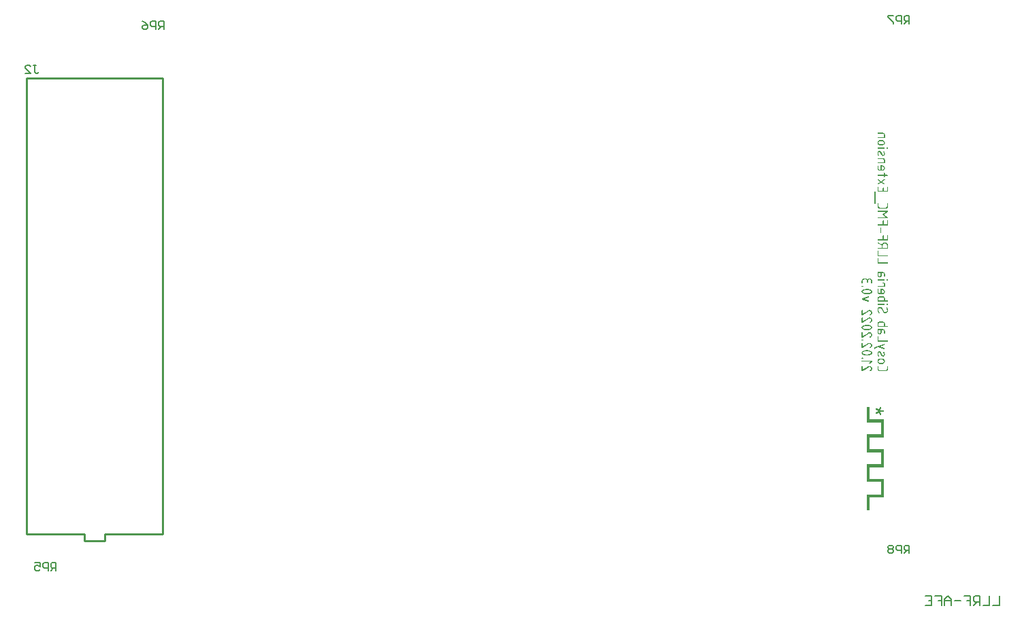
<source format=gbo>
G04*
G04 #@! TF.GenerationSoftware,Altium Limited,Altium Designer,21.3.2 (30)*
G04*
G04 Layer_Color=37055*
%FSAX43Y43*%
%MOMM*%
G71*
G04*
G04 #@! TF.SameCoordinates,7BCF6593-9FE5-47D3-B3FF-4A217FFC91A0*
G04*
G04*
G04 #@! TF.FilePolarity,Positive*
G04*
G01*
G75*
%ADD10C,0.254*%
%ADD11C,0.200*%
G36*
X0423457Y0138060D02*
Y0138360D01*
Y0138404D01*
Y0138422D01*
X0423085D01*
Y0136491D01*
X0423107D01*
X0423129D01*
X0423201D01*
X0423402D01*
X0423544D01*
X0424844Y0136481D01*
X0424877Y0136491D01*
X0424888Y0136481D01*
Y0135038D01*
X0423096D01*
X0423085Y0135027D01*
Y0132798D01*
X0423096Y0132787D01*
X0424888D01*
Y0131301D01*
X0424877Y0131290D01*
X0423085D01*
Y0129072D01*
X0424877D01*
X0424888Y0129061D01*
Y0127542D01*
X0424877Y0127531D01*
X0423096D01*
X0423085Y0127521D01*
Y0125576D01*
X0423446D01*
Y0127149D01*
X0423457Y0127160D01*
X0425249D01*
Y0127182D01*
X0425260Y0129433D01*
X0425249Y0129444D01*
X0423457D01*
Y0129466D01*
X0423446Y0130908D01*
X0423457Y0130919D01*
X0423468Y0130930D01*
X0425249D01*
X0425260Y0130941D01*
Y0133148D01*
X0425249Y0133159D01*
X0423457D01*
X0423446Y0133170D01*
Y0134645D01*
X0423457Y0134656D01*
X0425249D01*
Y0134678D01*
X0425260Y0136841D01*
X0425249Y0136863D01*
X0423457D01*
Y0136885D01*
Y0138060D01*
D02*
G37*
G36*
X0425144Y0172603D02*
X0425181Y0172594D01*
X0425212Y0172582D01*
X0425240Y0172568D01*
X0425262Y0172554D01*
X0425278Y0172542D01*
X0425288Y0172534D01*
X0425292Y0172532D01*
Y0172530D01*
X0425306Y0172516D01*
X0425318Y0172501D01*
X0425335Y0172469D01*
X0425349Y0172438D01*
X0425359Y0172409D01*
X0425365Y0172383D01*
X0425366Y0172370D01*
Y0172362D01*
X0425368Y0172353D01*
Y0172013D01*
X0425365Y0171992D01*
X0425358Y0171977D01*
X0425347Y0171964D01*
X0425335Y0171958D01*
X0425323Y0171952D01*
X0425312Y0171951D01*
X0425306Y0171949D01*
X0425302D01*
X0424511D01*
X0424490Y0171952D01*
X0424475Y0171959D01*
X0424462Y0171970D01*
X0424455Y0171982D01*
X0424450Y0171994D01*
X0424449Y0172004D01*
X0424447Y0172011D01*
Y0172015D01*
X0424450Y0172037D01*
X0424457Y0172053D01*
X0424468Y0172065D01*
X0424480Y0172072D01*
X0424490Y0172077D01*
X0424501Y0172079D01*
X0424508Y0172081D01*
X0424511D01*
X0425236D01*
Y0172343D01*
X0425234Y0172363D01*
X0425231Y0172381D01*
X0425224Y0172396D01*
X0425217Y0172410D01*
X0425210Y0172421D01*
X0425203Y0172429D01*
X0425200Y0172435D01*
X0425198Y0172436D01*
X0425182Y0172449D01*
X0425167Y0172459D01*
X0425151Y0172466D01*
X0425137Y0172469D01*
X0425123Y0172473D01*
X0425113Y0172475D01*
X0425106D01*
X0425104D01*
X0424511D01*
X0424490Y0172478D01*
X0424475Y0172485D01*
X0424462Y0172495D01*
X0424455Y0172507D01*
X0424450Y0172520D01*
X0424449Y0172530D01*
X0424447Y0172537D01*
Y0172540D01*
X0424450Y0172563D01*
X0424457Y0172579D01*
X0424468Y0172591D01*
X0424480Y0172598D01*
X0424490Y0172603D01*
X0424501Y0172605D01*
X0424508Y0172606D01*
X0424511D01*
X0425104D01*
X0425125D01*
X0425144Y0172603D01*
D02*
G37*
G36*
X0425064Y0171683D02*
X0425089Y0171682D01*
X0425134Y0171670D01*
X0425174Y0171656D01*
X0425208Y0171638D01*
X0425222Y0171628D01*
X0425234Y0171619D01*
X0425247Y0171612D01*
X0425255Y0171605D01*
X0425262Y0171598D01*
X0425269Y0171593D01*
X0425271Y0171592D01*
X0425273Y0171590D01*
X0425290Y0171571D01*
X0425304Y0171552D01*
X0425318Y0171533D01*
X0425328Y0171513D01*
X0425345Y0171474D01*
X0425356Y0171437D01*
X0425363Y0171404D01*
X0425365Y0171390D01*
X0425366Y0171378D01*
X0425368Y0171369D01*
Y0171356D01*
X0425366Y0171331D01*
X0425365Y0171307D01*
X0425352Y0171262D01*
X0425337Y0171222D01*
X0425319Y0171187D01*
X0425311Y0171173D01*
X0425302Y0171161D01*
X0425293Y0171149D01*
X0425286Y0171140D01*
X0425280Y0171134D01*
X0425274Y0171128D01*
X0425273Y0171125D01*
X0425271Y0171123D01*
X0425252Y0171106D01*
X0425233Y0171092D01*
X0425214Y0171080D01*
X0425195Y0171068D01*
X0425155Y0171050D01*
X0425118Y0171040D01*
X0425087Y0171033D01*
X0425073Y0171031D01*
X0425061Y0171029D01*
X0425052Y0171028D01*
X0425045D01*
X0425040D01*
X0425038D01*
X0424775D01*
X0424750Y0171029D01*
X0424726Y0171031D01*
X0424681Y0171043D01*
X0424641Y0171057D01*
X0424606Y0171076D01*
X0424593Y0171085D01*
X0424580Y0171094D01*
X0424568Y0171101D01*
X0424560Y0171107D01*
X0424553Y0171114D01*
X0424547Y0171120D01*
X0424544Y0171121D01*
X0424542Y0171123D01*
X0424525Y0171142D01*
X0424511Y0171161D01*
X0424499Y0171180D01*
X0424487Y0171199D01*
X0424469Y0171239D01*
X0424459Y0171276D01*
X0424452Y0171307D01*
X0424450Y0171321D01*
X0424449Y0171333D01*
X0424447Y0171342D01*
Y0171356D01*
X0424449Y0171382D01*
X0424450Y0171404D01*
X0424462Y0171449D01*
X0424476Y0171489D01*
X0424495Y0171524D01*
X0424504Y0171538D01*
X0424513Y0171550D01*
X0424520Y0171562D01*
X0424527Y0171571D01*
X0424534Y0171578D01*
X0424539Y0171585D01*
X0424540Y0171586D01*
X0424542Y0171588D01*
X0424561Y0171605D01*
X0424580Y0171621D01*
X0424599Y0171633D01*
X0424619Y0171644D01*
X0424658Y0171661D01*
X0424695Y0171673D01*
X0424726Y0171680D01*
X0424740Y0171682D01*
X0424752Y0171683D01*
X0424761Y0171685D01*
X0424769D01*
X0424773D01*
X0424775D01*
X0425038D01*
X0425064Y0171683D01*
D02*
G37*
G36*
X0425718Y0170762D02*
X0425734Y0170755D01*
X0425746Y0170745D01*
X0425753Y0170733D01*
X0425758Y0170721D01*
X0425760Y0170710D01*
X0425762Y0170703D01*
Y0170700D01*
X0425758Y0170677D01*
X0425751Y0170662D01*
X0425741Y0170649D01*
X0425729Y0170643D01*
X0425717Y0170637D01*
X0425706Y0170636D01*
X0425699Y0170634D01*
X0425696D01*
X0425630D01*
X0425607Y0170637D01*
X0425592Y0170644D01*
X0425580Y0170655D01*
X0425573Y0170667D01*
X0425568Y0170679D01*
X0425566Y0170689D01*
X0425564Y0170696D01*
Y0170700D01*
X0425568Y0170722D01*
X0425574Y0170738D01*
X0425585Y0170750D01*
X0425597Y0170757D01*
X0425609Y0170762D01*
X0425620Y0170764D01*
X0425626Y0170766D01*
X0425630D01*
X0425696D01*
X0425718Y0170762D01*
D02*
G37*
G36*
X0425323D02*
X0425339Y0170755D01*
X0425351Y0170745D01*
X0425358Y0170733D01*
X0425363Y0170721D01*
X0425365Y0170710D01*
X0425366Y0170703D01*
Y0170700D01*
X0425363Y0170677D01*
X0425356Y0170662D01*
X0425345Y0170649D01*
X0425333Y0170643D01*
X0425321Y0170637D01*
X0425311Y0170636D01*
X0425304Y0170634D01*
X0425300D01*
X0424511D01*
X0424490Y0170637D01*
X0424475Y0170644D01*
X0424462Y0170655D01*
X0424455Y0170667D01*
X0424450Y0170679D01*
X0424449Y0170689D01*
X0424447Y0170696D01*
Y0170700D01*
X0424450Y0170722D01*
X0424457Y0170738D01*
X0424468Y0170750D01*
X0424480Y0170757D01*
X0424490Y0170762D01*
X0424501Y0170764D01*
X0424508Y0170766D01*
X0424511D01*
X0425300D01*
X0425323Y0170762D01*
D02*
G37*
G36*
X0424702Y0170367D02*
X0424726Y0170363D01*
X0424749Y0170356D01*
X0424769Y0170348D01*
X0424789Y0170337D01*
X0424804Y0170327D01*
X0424834Y0170303D01*
X0424856Y0170278D01*
X0424872Y0170257D01*
X0424877Y0170249D01*
X0424881Y0170242D01*
X0424884Y0170238D01*
Y0170237D01*
X0425049Y0169897D01*
X0425059Y0169879D01*
X0425073Y0169865D01*
X0425087Y0169857D01*
X0425103Y0169850D01*
X0425115Y0169846D01*
X0425125Y0169845D01*
X0425132Y0169843D01*
X0425136D01*
X0425153Y0169845D01*
X0425168Y0169850D01*
X0425181Y0169858D01*
X0425193Y0169869D01*
X0425203Y0169881D01*
X0425210Y0169895D01*
X0425222Y0169924D01*
X0425229Y0169954D01*
X0425231Y0169968D01*
X0425233Y0169980D01*
X0425234Y0169990D01*
Y0170006D01*
X0425233Y0170046D01*
X0425226Y0170082D01*
X0425217Y0170117D01*
X0425207Y0170146D01*
X0425195Y0170171D01*
X0425191Y0170181D01*
X0425186Y0170190D01*
X0425182Y0170198D01*
X0425179Y0170204D01*
X0425177Y0170205D01*
Y0170207D01*
X0425172Y0170218D01*
X0425170Y0170226D01*
X0425168Y0170233D01*
Y0170237D01*
X0425170Y0170247D01*
X0425172Y0170256D01*
X0425179Y0170271D01*
X0425184Y0170280D01*
X0425188Y0170283D01*
X0425196Y0170290D01*
X0425203Y0170294D01*
X0425219Y0170301D01*
X0425231Y0170303D01*
X0425233D01*
X0425234D01*
X0425247Y0170301D01*
X0425259Y0170297D01*
X0425276Y0170285D01*
X0425283Y0170278D01*
X0425288Y0170273D01*
X0425290Y0170270D01*
X0425292Y0170268D01*
X0425306Y0170245D01*
X0425316Y0170224D01*
X0425335Y0170179D01*
X0425349Y0170134D01*
X0425358Y0170094D01*
X0425359Y0170075D01*
X0425363Y0170058D01*
X0425365Y0170044D01*
Y0170030D01*
X0425366Y0170020D01*
Y0170006D01*
X0425365Y0169962D01*
X0425358Y0169924D01*
X0425349Y0169890D01*
X0425340Y0169860D01*
X0425330Y0169838D01*
X0425321Y0169819D01*
X0425318Y0169813D01*
X0425314Y0169808D01*
X0425312Y0169806D01*
Y0169805D01*
X0425300Y0169789D01*
X0425286Y0169773D01*
X0425273Y0169761D01*
X0425259Y0169751D01*
X0425229Y0169734D01*
X0425201Y0169723D01*
X0425175Y0169716D01*
X0425155Y0169713D01*
X0425146Y0169711D01*
X0425141D01*
X0425137D01*
X0425136D01*
X0425109Y0169713D01*
X0425085Y0169716D01*
X0425063Y0169723D01*
X0425042Y0169732D01*
X0425025Y0169742D01*
X0425007Y0169753D01*
X0424992Y0169765D01*
X0424978Y0169779D01*
X0424957Y0169803D01*
X0424941Y0169824D01*
X0424936Y0169832D01*
X0424933Y0169839D01*
X0424929Y0169843D01*
Y0169845D01*
X0424766Y0170181D01*
X0424754Y0170200D01*
X0424740Y0170214D01*
X0424726Y0170223D01*
X0424711Y0170230D01*
X0424697Y0170233D01*
X0424686Y0170237D01*
X0424679D01*
X0424676D01*
X0424658Y0170235D01*
X0424645Y0170230D01*
X0424631Y0170221D01*
X0424620Y0170211D01*
X0424610Y0170198D01*
X0424603Y0170185D01*
X0424591Y0170153D01*
X0424584Y0170122D01*
X0424582Y0170108D01*
X0424580Y0170096D01*
X0424579Y0170086D01*
Y0170070D01*
X0424580Y0170039D01*
X0424582Y0170008D01*
X0424586Y0169978D01*
X0424591Y0169952D01*
X0424594Y0169930D01*
X0424598Y0169912D01*
X0424599Y0169905D01*
Y0169900D01*
X0424601Y0169898D01*
Y0169897D01*
X0424610Y0169874D01*
X0424617Y0169855D01*
X0424624Y0169839D01*
X0424629Y0169827D01*
X0424632Y0169817D01*
X0424636Y0169808D01*
X0424639Y0169805D01*
Y0169803D01*
X0424641Y0169794D01*
X0424643Y0169786D01*
Y0169768D01*
X0424639Y0169758D01*
X0424634Y0169744D01*
X0424627Y0169734D01*
X0424625Y0169732D01*
X0424624Y0169730D01*
X0424617Y0169723D01*
X0424608Y0169720D01*
X0424594Y0169713D01*
X0424584Y0169711D01*
X0424580D01*
X0424579D01*
X0424565Y0169713D01*
X0424553Y0169716D01*
X0424544Y0169723D01*
X0424535Y0169730D01*
X0424528Y0169737D01*
X0424523Y0169744D01*
X0424521Y0169747D01*
X0424520Y0169749D01*
X0424495Y0169799D01*
X0424478Y0169853D01*
X0424464Y0169905D01*
X0424455Y0169956D01*
X0424454Y0169980D01*
X0424450Y0170001D01*
X0424449Y0170018D01*
Y0170035D01*
X0424447Y0170048D01*
Y0170067D01*
X0424449Y0170112D01*
X0424455Y0170153D01*
X0424462Y0170188D01*
X0424473Y0170218D01*
X0424482Y0170242D01*
X0424490Y0170261D01*
X0424492Y0170266D01*
X0424495Y0170271D01*
X0424497Y0170273D01*
Y0170275D01*
X0424509Y0170292D01*
X0424521Y0170306D01*
X0424535Y0170318D01*
X0424549Y0170329D01*
X0424580Y0170346D01*
X0424608Y0170356D01*
X0424634Y0170363D01*
X0424646Y0170365D01*
X0424657Y0170367D01*
X0424664Y0170368D01*
X0424671D01*
X0424674D01*
X0424676D01*
X0424702Y0170367D01*
D02*
G37*
G36*
X0425144Y0169446D02*
X0425181Y0169437D01*
X0425212Y0169425D01*
X0425240Y0169411D01*
X0425262Y0169397D01*
X0425278Y0169385D01*
X0425288Y0169376D01*
X0425292Y0169374D01*
Y0169373D01*
X0425306Y0169359D01*
X0425318Y0169343D01*
X0425335Y0169312D01*
X0425349Y0169281D01*
X0425359Y0169251D01*
X0425365Y0169225D01*
X0425366Y0169213D01*
Y0169204D01*
X0425368Y0169196D01*
Y0168856D01*
X0425365Y0168835D01*
X0425358Y0168819D01*
X0425347Y0168807D01*
X0425335Y0168800D01*
X0425323Y0168795D01*
X0425312Y0168793D01*
X0425306Y0168792D01*
X0425302D01*
X0424511D01*
X0424490Y0168795D01*
X0424475Y0168802D01*
X0424462Y0168812D01*
X0424455Y0168824D01*
X0424450Y0168837D01*
X0424449Y0168847D01*
X0424447Y0168854D01*
Y0168857D01*
X0424450Y0168880D01*
X0424457Y0168896D01*
X0424468Y0168908D01*
X0424480Y0168915D01*
X0424490Y0168920D01*
X0424501Y0168922D01*
X0424508Y0168923D01*
X0424511D01*
X0425236D01*
Y0169185D01*
X0425234Y0169206D01*
X0425231Y0169223D01*
X0425224Y0169239D01*
X0425217Y0169253D01*
X0425210Y0169263D01*
X0425203Y0169272D01*
X0425200Y0169277D01*
X0425198Y0169279D01*
X0425182Y0169291D01*
X0425167Y0169302D01*
X0425151Y0169308D01*
X0425137Y0169312D01*
X0425123Y0169315D01*
X0425113Y0169317D01*
X0425106D01*
X0425104D01*
X0424511D01*
X0424490Y0169321D01*
X0424475Y0169328D01*
X0424462Y0169338D01*
X0424455Y0169350D01*
X0424450Y0169362D01*
X0424449Y0169373D01*
X0424447Y0169380D01*
Y0169383D01*
X0424450Y0169406D01*
X0424457Y0169421D01*
X0424468Y0169433D01*
X0424480Y0169440D01*
X0424490Y0169446D01*
X0424501Y0169447D01*
X0424508Y0169449D01*
X0424511D01*
X0425104D01*
X0425125D01*
X0425144Y0169446D01*
D02*
G37*
G36*
X0425064Y0168526D02*
X0425089Y0168524D01*
X0425134Y0168512D01*
X0425174Y0168498D01*
X0425208Y0168481D01*
X0425222Y0168471D01*
X0425234Y0168462D01*
X0425247Y0168455D01*
X0425255Y0168448D01*
X0425262Y0168441D01*
X0425269Y0168436D01*
X0425271Y0168434D01*
X0425273Y0168432D01*
X0425290Y0168413D01*
X0425304Y0168394D01*
X0425318Y0168375D01*
X0425328Y0168356D01*
X0425345Y0168316D01*
X0425356Y0168280D01*
X0425363Y0168247D01*
X0425365Y0168233D01*
X0425366Y0168221D01*
X0425368Y0168212D01*
Y0168198D01*
X0425366Y0168174D01*
X0425365Y0168150D01*
X0425352Y0168105D01*
X0425337Y0168065D01*
X0425319Y0168032D01*
X0425311Y0168016D01*
X0425302Y0168004D01*
X0425293Y0167992D01*
X0425286Y0167983D01*
X0425280Y0167976D01*
X0425274Y0167971D01*
X0425273Y0167967D01*
X0425271Y0167966D01*
X0425252Y0167948D01*
X0425233Y0167934D01*
X0425214Y0167922D01*
X0425195Y0167910D01*
X0425155Y0167893D01*
X0425118Y0167882D01*
X0425087Y0167876D01*
X0425073Y0167874D01*
X0425061Y0167872D01*
X0425052Y0167870D01*
X0425045D01*
X0425040D01*
X0425038D01*
X0424709D01*
X0424688Y0167872D01*
X0424669Y0167874D01*
X0424632Y0167882D01*
X0424601Y0167895D01*
X0424573Y0167908D01*
X0424551Y0167922D01*
X0424535Y0167934D01*
X0424525Y0167943D01*
X0424523Y0167947D01*
X0424521D01*
X0424508Y0167961D01*
X0424497Y0167976D01*
X0424478Y0168007D01*
X0424466Y0168039D01*
X0424455Y0168068D01*
X0424450Y0168094D01*
X0424449Y0168115D01*
X0424447Y0168122D01*
Y0168462D01*
X0424450Y0168484D01*
X0424457Y0168500D01*
X0424468Y0168512D01*
X0424480Y0168519D01*
X0424492Y0168524D01*
X0424502Y0168526D01*
X0424509Y0168528D01*
X0424513D01*
X0424535Y0168524D01*
X0424551Y0168517D01*
X0424563Y0168507D01*
X0424570Y0168495D01*
X0424575Y0168483D01*
X0424577Y0168472D01*
X0424579Y0168465D01*
Y0168132D01*
X0424580Y0168113D01*
X0424584Y0168096D01*
X0424591Y0168080D01*
X0424598Y0168066D01*
X0424605Y0168056D01*
X0424612Y0168047D01*
X0424615Y0168042D01*
X0424617Y0168040D01*
X0424632Y0168028D01*
X0424648Y0168018D01*
X0424662Y0168011D01*
X0424678Y0168007D01*
X0424690Y0168004D01*
X0424700Y0168002D01*
X0424707D01*
X0424709D01*
X0424841D01*
Y0168528D01*
X0425038D01*
X0425064Y0168526D01*
D02*
G37*
G36*
X0425325Y0167601D02*
X0425340Y0167594D01*
X0425352Y0167584D01*
X0425359Y0167572D01*
X0425365Y0167560D01*
X0425366Y0167549D01*
X0425368Y0167542D01*
Y0167343D01*
X0425696D01*
X0425718Y0167339D01*
X0425734Y0167333D01*
X0425746Y0167322D01*
X0425753Y0167310D01*
X0425758Y0167298D01*
X0425760Y0167287D01*
X0425762Y0167280D01*
Y0167277D01*
X0425758Y0167254D01*
X0425751Y0167239D01*
X0425741Y0167227D01*
X0425729Y0167220D01*
X0425717Y0167215D01*
X0425706Y0167213D01*
X0425699Y0167211D01*
X0425696D01*
X0425368D01*
Y0167145D01*
X0425365Y0167123D01*
X0425358Y0167107D01*
X0425347Y0167095D01*
X0425335Y0167088D01*
X0425323Y0167083D01*
X0425312Y0167081D01*
X0425306Y0167079D01*
X0425302D01*
X0425280Y0167083D01*
X0425264Y0167090D01*
X0425252Y0167100D01*
X0425245Y0167112D01*
X0425240Y0167124D01*
X0425238Y0167135D01*
X0425236Y0167142D01*
Y0167211D01*
X0424511D01*
X0424490Y0167215D01*
X0424475Y0167221D01*
X0424462Y0167232D01*
X0424455Y0167244D01*
X0424450Y0167256D01*
X0424449Y0167267D01*
X0424447Y0167274D01*
Y0167277D01*
X0424450Y0167300D01*
X0424457Y0167315D01*
X0424468Y0167327D01*
X0424480Y0167334D01*
X0424490Y0167339D01*
X0424501Y0167341D01*
X0424508Y0167343D01*
X0424511D01*
X0425236D01*
Y0167539D01*
X0425240Y0167562D01*
X0425247Y0167577D01*
X0425257Y0167589D01*
X0425269Y0167596D01*
X0425281Y0167601D01*
X0425292Y0167603D01*
X0425299Y0167605D01*
X0425302D01*
X0425325Y0167601D01*
D02*
G37*
G36*
Y0166812D02*
X0425340Y0166805D01*
X0425352Y0166795D01*
X0425359Y0166783D01*
X0425365Y0166770D01*
X0425366Y0166760D01*
X0425368Y0166753D01*
Y0166750D01*
X0425366Y0166737D01*
X0425363Y0166727D01*
X0425354Y0166710D01*
X0425344Y0166699D01*
X0425340Y0166698D01*
X0425339Y0166696D01*
X0425026Y0166488D01*
X0425339Y0166279D01*
X0425349Y0166271D01*
X0425356Y0166262D01*
X0425361Y0166253D01*
X0425365Y0166245D01*
X0425366Y0166236D01*
X0425368Y0166229D01*
Y0166224D01*
X0425365Y0166201D01*
X0425358Y0166186D01*
X0425347Y0166174D01*
X0425335Y0166167D01*
X0425323Y0166162D01*
X0425312Y0166160D01*
X0425306Y0166158D01*
X0425302D01*
X0425288Y0166160D01*
X0425276Y0166165D01*
X0425267Y0166168D01*
X0425264Y0166170D01*
X0424907Y0166408D01*
X0424549Y0166170D01*
X0424535Y0166163D01*
X0424523Y0166160D01*
X0424514Y0166158D01*
X0424513D01*
X0424511D01*
X0424502Y0166160D01*
X0424494Y0166162D01*
X0424478Y0166168D01*
X0424469Y0166174D01*
X0424468Y0166177D01*
X0424466D01*
X0424459Y0166186D01*
X0424455Y0166193D01*
X0424449Y0166208D01*
X0424447Y0166221D01*
Y0166224D01*
X0424449Y0166236D01*
X0424452Y0166248D01*
X0424461Y0166266D01*
X0424466Y0166271D01*
X0424471Y0166276D01*
X0424473Y0166279D01*
X0424475D01*
X0424789Y0166488D01*
X0424475Y0166696D01*
X0424466Y0166705D01*
X0424459Y0166713D01*
X0424454Y0166722D01*
X0424450Y0166731D01*
X0424449Y0166737D01*
X0424447Y0166744D01*
Y0166750D01*
X0424450Y0166772D01*
X0424457Y0166788D01*
X0424468Y0166800D01*
X0424480Y0166807D01*
X0424490Y0166812D01*
X0424501Y0166814D01*
X0424508Y0166816D01*
X0424511D01*
X0424527Y0166814D01*
X0424539Y0166810D01*
X0424546Y0166807D01*
X0424549Y0166805D01*
X0424907Y0166567D01*
X0425264Y0166805D01*
X0425278Y0166812D01*
X0425290Y0166814D01*
X0425299Y0166816D01*
X0425300D01*
X0425302D01*
X0425325Y0166812D01*
D02*
G37*
G36*
X0425718Y0165893D02*
X0425734Y0165886D01*
X0425746Y0165875D01*
X0425753Y0165863D01*
X0425758Y0165851D01*
X0425760Y0165841D01*
X0425762Y0165834D01*
Y0165305D01*
X0425758Y0165282D01*
X0425751Y0165266D01*
X0425741Y0165254D01*
X0425729Y0165247D01*
X0425717Y0165242D01*
X0425706Y0165240D01*
X0425699Y0165239D01*
X0425696D01*
X0424511D01*
X0424490Y0165242D01*
X0424475Y0165249D01*
X0424462Y0165259D01*
X0424455Y0165272D01*
X0424450Y0165284D01*
X0424449Y0165294D01*
X0424447Y0165301D01*
Y0165830D01*
X0424450Y0165853D01*
X0424457Y0165868D01*
X0424468Y0165880D01*
X0424480Y0165887D01*
X0424492Y0165893D01*
X0424502Y0165894D01*
X0424509Y0165896D01*
X0424513D01*
X0424535Y0165893D01*
X0424551Y0165886D01*
X0424563Y0165875D01*
X0424570Y0165863D01*
X0424575Y0165851D01*
X0424577Y0165841D01*
X0424579Y0165834D01*
Y0165370D01*
X0425104D01*
Y0165698D01*
X0425108Y0165721D01*
X0425115Y0165736D01*
X0425125Y0165749D01*
X0425137Y0165756D01*
X0425149Y0165761D01*
X0425160Y0165762D01*
X0425167Y0165764D01*
X0425170D01*
X0425193Y0165761D01*
X0425208Y0165754D01*
X0425221Y0165743D01*
X0425227Y0165731D01*
X0425233Y0165719D01*
X0425234Y0165709D01*
X0425236Y0165702D01*
Y0165370D01*
X0425630D01*
Y0165830D01*
X0425633Y0165853D01*
X0425640Y0165868D01*
X0425651Y0165880D01*
X0425663Y0165887D01*
X0425675Y0165893D01*
X0425685Y0165894D01*
X0425692Y0165896D01*
X0425696D01*
X0425718Y0165893D01*
D02*
G37*
G36*
X0424141Y0165299D02*
X0424157Y0165292D01*
X0424169Y0165282D01*
X0424176Y0165270D01*
X0424181Y0165258D01*
X0424183Y0165247D01*
X0424185Y0165240D01*
Y0163793D01*
X0424181Y0163771D01*
X0424174Y0163755D01*
X0424164Y0163743D01*
X0424152Y0163736D01*
X0424140Y0163731D01*
X0424129Y0163729D01*
X0424122Y0163728D01*
X0424119D01*
X0424096Y0163731D01*
X0424081Y0163738D01*
X0424069Y0163748D01*
X0424062Y0163761D01*
X0424056Y0163773D01*
X0424055Y0163783D01*
X0424053Y0163790D01*
Y0165237D01*
X0424056Y0165259D01*
X0424063Y0165275D01*
X0424074Y0165287D01*
X0424086Y0165294D01*
X0424098Y0165299D01*
X0424109Y0165301D01*
X0424115Y0165303D01*
X0424119D01*
X0424141Y0165299D01*
D02*
G37*
G36*
X0425718Y0163788D02*
X0425734Y0163781D01*
X0425746Y0163771D01*
X0425753Y0163759D01*
X0425758Y0163747D01*
X0425760Y0163736D01*
X0425762Y0163729D01*
Y0163462D01*
X0425760Y0163438D01*
X0425758Y0163414D01*
X0425746Y0163368D01*
X0425731Y0163329D01*
X0425713Y0163296D01*
X0425705Y0163280D01*
X0425696Y0163268D01*
X0425687Y0163256D01*
X0425680Y0163247D01*
X0425673Y0163240D01*
X0425668Y0163235D01*
X0425666Y0163231D01*
X0425665Y0163230D01*
X0425646Y0163212D01*
X0425626Y0163198D01*
X0425607Y0163186D01*
X0425588Y0163174D01*
X0425548Y0163157D01*
X0425512Y0163146D01*
X0425481Y0163139D01*
X0425467Y0163138D01*
X0425455Y0163136D01*
X0425446Y0163134D01*
X0425439D01*
X0425434D01*
X0425432D01*
X0424775D01*
X0424750Y0163136D01*
X0424726Y0163138D01*
X0424681Y0163150D01*
X0424641Y0163164D01*
X0424606Y0163183D01*
X0424593Y0163191D01*
X0424580Y0163200D01*
X0424568Y0163207D01*
X0424560Y0163214D01*
X0424553Y0163221D01*
X0424547Y0163226D01*
X0424544Y0163228D01*
X0424542Y0163230D01*
X0424525Y0163249D01*
X0424511Y0163268D01*
X0424499Y0163287D01*
X0424487Y0163308D01*
X0424469Y0163346D01*
X0424459Y0163382D01*
X0424452Y0163414D01*
X0424450Y0163427D01*
X0424449Y0163440D01*
X0424447Y0163448D01*
Y0163726D01*
X0424450Y0163748D01*
X0424457Y0163764D01*
X0424468Y0163776D01*
X0424480Y0163783D01*
X0424492Y0163788D01*
X0424502Y0163790D01*
X0424509Y0163792D01*
X0424513D01*
X0424535Y0163788D01*
X0424551Y0163781D01*
X0424563Y0163771D01*
X0424570Y0163759D01*
X0424575Y0163747D01*
X0424577Y0163736D01*
X0424579Y0163729D01*
Y0163462D01*
X0424580Y0163433D01*
X0424587Y0163407D01*
X0424596Y0163382D01*
X0424608Y0163362D01*
X0424619Y0163346D01*
X0424627Y0163334D01*
X0424634Y0163327D01*
X0424636Y0163323D01*
X0424658Y0163304D01*
X0424681Y0163290D01*
X0424705Y0163280D01*
X0424726Y0163273D01*
X0424745Y0163270D01*
X0424761Y0163268D01*
X0424771Y0163266D01*
X0424773D01*
X0424775D01*
X0425432D01*
X0425462Y0163268D01*
X0425488Y0163275D01*
X0425512Y0163283D01*
X0425533Y0163296D01*
X0425548Y0163306D01*
X0425561Y0163315D01*
X0425569Y0163322D01*
X0425571Y0163323D01*
X0425590Y0163346D01*
X0425606Y0163368D01*
X0425616Y0163393D01*
X0425623Y0163414D01*
X0425626Y0163433D01*
X0425630Y0163448D01*
Y0163726D01*
X0425633Y0163748D01*
X0425640Y0163764D01*
X0425651Y0163776D01*
X0425663Y0163783D01*
X0425675Y0163788D01*
X0425685Y0163790D01*
X0425692Y0163792D01*
X0425696D01*
X0425718Y0163788D01*
D02*
G37*
G36*
Y0162867D02*
X0425734Y0162860D01*
X0425746Y0162850D01*
X0425753Y0162838D01*
X0425758Y0162825D01*
X0425760Y0162815D01*
X0425762Y0162808D01*
Y0162805D01*
X0425760Y0162791D01*
X0425757Y0162780D01*
X0425753Y0162770D01*
X0425748Y0162763D01*
X0425741Y0162756D01*
X0425738Y0162753D01*
X0425734Y0162751D01*
X0425732Y0162749D01*
X0425222Y0162409D01*
X0425729Y0162074D01*
X0425739Y0162066D01*
X0425748Y0162055D01*
X0425753Y0162047D01*
X0425758Y0162036D01*
X0425760Y0162027D01*
X0425762Y0162022D01*
Y0162015D01*
X0425758Y0161994D01*
X0425751Y0161979D01*
X0425741Y0161967D01*
X0425729Y0161960D01*
X0425717Y0161955D01*
X0425706Y0161953D01*
X0425699Y0161951D01*
X0425696D01*
X0424511D01*
X0424490Y0161955D01*
X0424475Y0161962D01*
X0424462Y0161972D01*
X0424455Y0161984D01*
X0424450Y0161996D01*
X0424449Y0162007D01*
X0424447Y0162014D01*
Y0162017D01*
X0424450Y0162040D01*
X0424457Y0162055D01*
X0424468Y0162067D01*
X0424480Y0162074D01*
X0424490Y0162079D01*
X0424501Y0162081D01*
X0424508Y0162083D01*
X0424511D01*
X0425479D01*
X0425078Y0162348D01*
X0425064Y0162359D01*
X0425056Y0162369D01*
X0425049Y0162380D01*
X0425044Y0162390D01*
X0425040Y0162399D01*
X0425038Y0162406D01*
Y0162411D01*
X0425040Y0162423D01*
X0425045Y0162433D01*
X0425051Y0162444D01*
X0425059Y0162452D01*
X0425066Y0162459D01*
X0425071Y0162465D01*
X0425077Y0162468D01*
X0425078Y0162470D01*
X0425479Y0162739D01*
X0424511D01*
X0424490Y0162742D01*
X0424475Y0162749D01*
X0424462Y0162760D01*
X0424455Y0162772D01*
X0424450Y0162784D01*
X0424449Y0162794D01*
X0424447Y0162801D01*
Y0162805D01*
X0424450Y0162827D01*
X0424457Y0162843D01*
X0424468Y0162855D01*
X0424480Y0162862D01*
X0424490Y0162867D01*
X0424501Y0162869D01*
X0424508Y0162871D01*
X0424511D01*
X0425696D01*
X0425718Y0162867D01*
D02*
G37*
G36*
Y0161684D02*
X0425734Y0161677D01*
X0425746Y0161667D01*
X0425753Y0161654D01*
X0425758Y0161642D01*
X0425760Y0161632D01*
X0425762Y0161625D01*
Y0161096D01*
X0425758Y0161073D01*
X0425751Y0161058D01*
X0425741Y0161046D01*
X0425729Y0161039D01*
X0425717Y0161033D01*
X0425706Y0161032D01*
X0425699Y0161030D01*
X0425696D01*
X0424511D01*
X0424490Y0161033D01*
X0424475Y0161040D01*
X0424462Y0161051D01*
X0424455Y0161063D01*
X0424450Y0161075D01*
X0424449Y0161085D01*
X0424447Y0161092D01*
Y0161096D01*
X0424450Y0161118D01*
X0424457Y0161134D01*
X0424468Y0161146D01*
X0424480Y0161153D01*
X0424490Y0161158D01*
X0424501Y0161160D01*
X0424508Y0161162D01*
X0424511D01*
X0425104D01*
Y0161621D01*
X0425108Y0161644D01*
X0425115Y0161660D01*
X0425125Y0161672D01*
X0425137Y0161679D01*
X0425149Y0161684D01*
X0425160Y0161686D01*
X0425167Y0161687D01*
X0425170D01*
X0425193Y0161684D01*
X0425208Y0161677D01*
X0425221Y0161667D01*
X0425227Y0161654D01*
X0425233Y0161642D01*
X0425234Y0161632D01*
X0425236Y0161625D01*
Y0161162D01*
X0425630D01*
Y0161621D01*
X0425633Y0161644D01*
X0425640Y0161660D01*
X0425651Y0161672D01*
X0425663Y0161679D01*
X0425675Y0161684D01*
X0425685Y0161686D01*
X0425692Y0161687D01*
X0425696D01*
X0425718Y0161684D01*
D02*
G37*
G36*
X0424863Y0160761D02*
X0424879Y0160754D01*
X0424891Y0160744D01*
X0424898Y0160732D01*
X0424903Y0160719D01*
X0424905Y0160709D01*
X0424907Y0160702D01*
Y0160173D01*
X0424903Y0160150D01*
X0424896Y0160135D01*
X0424886Y0160123D01*
X0424874Y0160116D01*
X0424861Y0160110D01*
X0424851Y0160109D01*
X0424844Y0160107D01*
X0424841D01*
X0424818Y0160110D01*
X0424802Y0160117D01*
X0424790Y0160128D01*
X0424783Y0160140D01*
X0424778Y0160152D01*
X0424776Y0160163D01*
X0424775Y0160169D01*
Y0160699D01*
X0424778Y0160721D01*
X0424785Y0160737D01*
X0424796Y0160749D01*
X0424808Y0160756D01*
X0424820Y0160761D01*
X0424830Y0160763D01*
X0424837Y0160764D01*
X0424841D01*
X0424863Y0160761D01*
D02*
G37*
G36*
X0425718Y0159842D02*
X0425734Y0159835D01*
X0425746Y0159824D01*
X0425753Y0159812D01*
X0425758Y0159800D01*
X0425760Y0159790D01*
X0425762Y0159783D01*
Y0159253D01*
X0425758Y0159231D01*
X0425751Y0159215D01*
X0425741Y0159203D01*
X0425729Y0159196D01*
X0425717Y0159191D01*
X0425706Y0159189D01*
X0425699Y0159188D01*
X0425696D01*
X0424511D01*
X0424490Y0159191D01*
X0424475Y0159198D01*
X0424462Y0159208D01*
X0424455Y0159221D01*
X0424450Y0159233D01*
X0424449Y0159243D01*
X0424447Y0159250D01*
Y0159253D01*
X0424450Y0159276D01*
X0424457Y0159292D01*
X0424468Y0159304D01*
X0424480Y0159311D01*
X0424490Y0159316D01*
X0424501Y0159318D01*
X0424508Y0159319D01*
X0424511D01*
X0425104D01*
Y0159779D01*
X0425108Y0159802D01*
X0425115Y0159817D01*
X0425125Y0159829D01*
X0425137Y0159836D01*
X0425149Y0159842D01*
X0425160Y0159843D01*
X0425167Y0159845D01*
X0425170D01*
X0425193Y0159842D01*
X0425208Y0159835D01*
X0425221Y0159824D01*
X0425227Y0159812D01*
X0425233Y0159800D01*
X0425234Y0159790D01*
X0425236Y0159783D01*
Y0159319D01*
X0425630D01*
Y0159779D01*
X0425633Y0159802D01*
X0425640Y0159817D01*
X0425651Y0159829D01*
X0425663Y0159836D01*
X0425675Y0159842D01*
X0425685Y0159843D01*
X0425692Y0159845D01*
X0425696D01*
X0425718Y0159842D01*
D02*
G37*
G36*
X0425396Y0158922D02*
X0425425Y0158919D01*
X0425453Y0158913D01*
X0425479Y0158906D01*
X0425503Y0158896D01*
X0425528Y0158887D01*
X0425548Y0158877D01*
X0425568Y0158867D01*
X0425585Y0158854D01*
X0425600Y0158844D01*
X0425614Y0158835D01*
X0425625Y0158827D01*
X0425633Y0158818D01*
X0425640Y0158813D01*
X0425644Y0158809D01*
X0425646Y0158808D01*
X0425666Y0158785D01*
X0425684Y0158762D01*
X0425699Y0158740D01*
X0425713Y0158716D01*
X0425724Y0158693D01*
X0425734Y0158669D01*
X0425748Y0158625D01*
X0425751Y0158606D01*
X0425755Y0158587D01*
X0425758Y0158572D01*
X0425760Y0158558D01*
X0425762Y0158546D01*
Y0158200D01*
X0425758Y0158180D01*
X0425751Y0158164D01*
X0425741Y0158152D01*
X0425729Y0158145D01*
X0425717Y0158140D01*
X0425706Y0158138D01*
X0425699Y0158136D01*
X0425696D01*
X0424511D01*
X0424490Y0158140D01*
X0424475Y0158147D01*
X0424462Y0158157D01*
X0424455Y0158169D01*
X0424450Y0158181D01*
X0424449Y0158192D01*
X0424447Y0158199D01*
Y0158202D01*
X0424450Y0158225D01*
X0424457Y0158240D01*
X0424468Y0158252D01*
X0424480Y0158259D01*
X0424490Y0158265D01*
X0424501Y0158266D01*
X0424508Y0158268D01*
X0424511D01*
X0424972D01*
Y0158553D01*
X0424483Y0158797D01*
X0424471Y0158804D01*
X0424462Y0158815D01*
X0424455Y0158823D01*
X0424452Y0158834D01*
X0424449Y0158842D01*
X0424447Y0158849D01*
Y0158856D01*
X0424449Y0158865D01*
X0424450Y0158875D01*
X0424457Y0158889D01*
X0424462Y0158900D01*
X0424466Y0158901D01*
Y0158903D01*
X0424473Y0158910D01*
X0424482Y0158915D01*
X0424495Y0158922D01*
X0424508Y0158924D01*
X0424509D01*
X0424511D01*
X0424521Y0158922D01*
X0424532Y0158920D01*
X0424539Y0158917D01*
X0424542Y0158915D01*
X0425000Y0158684D01*
X0425019Y0158726D01*
X0425044Y0158764D01*
X0425070Y0158795D01*
X0425097Y0158823D01*
X0425127Y0158846D01*
X0425158Y0158865D01*
X0425188Y0158880D01*
X0425219Y0158894D01*
X0425248Y0158903D01*
X0425276Y0158912D01*
X0425300Y0158917D01*
X0425323Y0158920D01*
X0425340Y0158922D01*
X0425354Y0158924D01*
X0425363D01*
X0425366D01*
X0425396Y0158922D01*
D02*
G37*
G36*
X0424535Y0157869D02*
X0424551Y0157862D01*
X0424563Y0157852D01*
X0424570Y0157840D01*
X0424575Y0157827D01*
X0424577Y0157817D01*
X0424579Y0157810D01*
Y0157347D01*
X0425696D01*
X0425718Y0157343D01*
X0425734Y0157336D01*
X0425746Y0157326D01*
X0425753Y0157314D01*
X0425758Y0157302D01*
X0425760Y0157291D01*
X0425762Y0157284D01*
Y0157281D01*
X0425758Y0157258D01*
X0425751Y0157243D01*
X0425741Y0157231D01*
X0425729Y0157224D01*
X0425717Y0157219D01*
X0425706Y0157217D01*
X0425699Y0157215D01*
X0425696D01*
X0424511D01*
X0424490Y0157219D01*
X0424475Y0157225D01*
X0424462Y0157236D01*
X0424455Y0157248D01*
X0424450Y0157260D01*
X0424449Y0157271D01*
X0424447Y0157277D01*
Y0157807D01*
X0424450Y0157829D01*
X0424457Y0157845D01*
X0424468Y0157857D01*
X0424480Y0157864D01*
X0424492Y0157869D01*
X0424502Y0157871D01*
X0424509Y0157873D01*
X0424513D01*
X0424535Y0157869D01*
D02*
G37*
G36*
Y0156948D02*
X0424551Y0156941D01*
X0424563Y0156931D01*
X0424570Y0156918D01*
X0424575Y0156906D01*
X0424577Y0156896D01*
X0424579Y0156889D01*
Y0156426D01*
X0425696D01*
X0425718Y0156422D01*
X0425734Y0156415D01*
X0425746Y0156405D01*
X0425753Y0156393D01*
X0425758Y0156381D01*
X0425760Y0156370D01*
X0425762Y0156363D01*
Y0156360D01*
X0425758Y0156337D01*
X0425751Y0156322D01*
X0425741Y0156309D01*
X0425729Y0156303D01*
X0425717Y0156297D01*
X0425706Y0156296D01*
X0425699Y0156294D01*
X0425696D01*
X0424511D01*
X0424490Y0156297D01*
X0424475Y0156304D01*
X0424462Y0156315D01*
X0424455Y0156327D01*
X0424450Y0156339D01*
X0424449Y0156349D01*
X0424447Y0156356D01*
Y0156885D01*
X0424450Y0156908D01*
X0424457Y0156924D01*
X0424468Y0156936D01*
X0424480Y0156943D01*
X0424492Y0156948D01*
X0424502Y0156950D01*
X0424509Y0156951D01*
X0424513D01*
X0424535Y0156948D01*
D02*
G37*
G36*
X0425144Y0155237D02*
X0425181Y0155229D01*
X0425212Y0155217D01*
X0425240Y0155203D01*
X0425262Y0155187D01*
X0425278Y0155175D01*
X0425288Y0155166D01*
X0425292Y0155164D01*
Y0155163D01*
X0425306Y0155149D01*
X0425318Y0155133D01*
X0425335Y0155102D01*
X0425349Y0155071D01*
X0425359Y0155041D01*
X0425365Y0155015D01*
X0425366Y0154996D01*
X0425368Y0154988D01*
Y0154713D01*
X0425365Y0154691D01*
X0425358Y0154675D01*
X0425347Y0154663D01*
X0425335Y0154656D01*
X0425323Y0154651D01*
X0425312Y0154649D01*
X0425306Y0154648D01*
X0425302D01*
X0425280Y0154651D01*
X0425264Y0154658D01*
X0425252Y0154668D01*
X0425245Y0154680D01*
X0425240Y0154693D01*
X0425238Y0154703D01*
X0425236Y0154710D01*
Y0154977D01*
X0425234Y0154998D01*
X0425231Y0155015D01*
X0425224Y0155031D01*
X0425217Y0155045D01*
X0425210Y0155055D01*
X0425203Y0155064D01*
X0425200Y0155069D01*
X0425198Y0155071D01*
X0425182Y0155083D01*
X0425167Y0155093D01*
X0425151Y0155100D01*
X0425137Y0155104D01*
X0425123Y0155107D01*
X0425113Y0155109D01*
X0425106D01*
X0425104D01*
X0424972D01*
Y0154845D01*
X0424971Y0154818D01*
X0424967Y0154792D01*
X0424960Y0154767D01*
X0424952Y0154745D01*
X0424941Y0154724D01*
X0424931Y0154705D01*
X0424919Y0154687D01*
X0424907Y0154674D01*
X0424894Y0154660D01*
X0424882Y0154648D01*
X0424872Y0154639D01*
X0424861Y0154630D01*
X0424853Y0154625D01*
X0424846Y0154620D01*
X0424842Y0154618D01*
X0424841Y0154616D01*
X0424818Y0154604D01*
X0424794Y0154595D01*
X0424773Y0154590D01*
X0424752Y0154587D01*
X0424735Y0154583D01*
X0424721Y0154582D01*
X0424712D01*
X0424709D01*
X0424688Y0154583D01*
X0424669Y0154585D01*
X0424632Y0154594D01*
X0424601Y0154606D01*
X0424573Y0154620D01*
X0424551Y0154634D01*
X0424535Y0154646D01*
X0424525Y0154654D01*
X0424523Y0154658D01*
X0424521D01*
X0424508Y0154672D01*
X0424497Y0154687D01*
X0424478Y0154719D01*
X0424466Y0154752D01*
X0424455Y0154781D01*
X0424450Y0154805D01*
X0424449Y0154818D01*
Y0154826D01*
X0424447Y0154835D01*
Y0155175D01*
X0424450Y0155197D01*
X0424457Y0155213D01*
X0424468Y0155225D01*
X0424480Y0155232D01*
X0424490Y0155237D01*
X0424501Y0155239D01*
X0424508Y0155241D01*
X0424511D01*
X0425104D01*
X0425125D01*
X0425144Y0155237D01*
D02*
G37*
G36*
X0423485Y0154450D02*
X0423509Y0154448D01*
X0423554Y0154436D01*
X0423594Y0154420D01*
X0423627Y0154403D01*
X0423643Y0154394D01*
X0423655Y0154386D01*
X0423667Y0154377D01*
X0423676Y0154370D01*
X0423682Y0154363D01*
X0423688Y0154358D01*
X0423691Y0154356D01*
X0423693Y0154354D01*
X0423710Y0154335D01*
X0423726Y0154316D01*
X0423738Y0154297D01*
X0423748Y0154276D01*
X0423766Y0154238D01*
X0423778Y0154202D01*
X0423785Y0154170D01*
X0423787Y0154157D01*
X0423788Y0154144D01*
X0423790Y0154136D01*
Y0153858D01*
X0423787Y0153836D01*
X0423780Y0153820D01*
X0423769Y0153808D01*
X0423757Y0153801D01*
X0423745Y0153796D01*
X0423734Y0153794D01*
X0423728Y0153792D01*
X0423724D01*
X0423702Y0153796D01*
X0423686Y0153803D01*
X0423674Y0153813D01*
X0423667Y0153825D01*
X0423662Y0153837D01*
X0423660Y0153848D01*
X0423658Y0153855D01*
Y0154122D01*
X0423656Y0154151D01*
X0423649Y0154177D01*
X0423639Y0154202D01*
X0423629Y0154222D01*
X0423618Y0154238D01*
X0423608Y0154250D01*
X0423601Y0154259D01*
X0423599Y0154261D01*
X0423577Y0154280D01*
X0423554Y0154295D01*
X0423530Y0154306D01*
X0423509Y0154313D01*
X0423490Y0154316D01*
X0423474Y0154320D01*
X0423464D01*
X0423462D01*
X0423460D01*
X0423431Y0154318D01*
X0423403Y0154311D01*
X0423379Y0154301D01*
X0423360Y0154290D01*
X0423342Y0154280D01*
X0423330Y0154269D01*
X0423323Y0154262D01*
X0423320Y0154261D01*
X0423301Y0154238D01*
X0423289Y0154216D01*
X0423278Y0154191D01*
X0423271Y0154170D01*
X0423268Y0154151D01*
X0423266Y0154136D01*
X0423264Y0154125D01*
Y0153990D01*
X0423261Y0153967D01*
X0423254Y0153952D01*
X0423244Y0153940D01*
X0423231Y0153933D01*
X0423219Y0153928D01*
X0423209Y0153926D01*
X0423202Y0153924D01*
X0423198D01*
X0423176Y0153928D01*
X0423160Y0153934D01*
X0423148Y0153945D01*
X0423141Y0153957D01*
X0423136Y0153969D01*
X0423134Y0153980D01*
X0423133Y0153987D01*
Y0154122D01*
X0423131Y0154151D01*
X0423124Y0154177D01*
X0423113Y0154202D01*
X0423103Y0154222D01*
X0423093Y0154238D01*
X0423082Y0154250D01*
X0423075Y0154259D01*
X0423074Y0154261D01*
X0423051Y0154280D01*
X0423028Y0154295D01*
X0423004Y0154306D01*
X0422983Y0154313D01*
X0422964Y0154316D01*
X0422949Y0154320D01*
X0422938D01*
X0422936D01*
X0422935D01*
X0422803D01*
X0422773Y0154318D01*
X0422747Y0154311D01*
X0422723Y0154301D01*
X0422702Y0154290D01*
X0422687Y0154280D01*
X0422674Y0154269D01*
X0422668Y0154262D01*
X0422664Y0154261D01*
X0422645Y0154238D01*
X0422631Y0154216D01*
X0422621Y0154191D01*
X0422614Y0154170D01*
X0422610Y0154151D01*
X0422609Y0154136D01*
X0422607Y0154125D01*
Y0153858D01*
X0422603Y0153836D01*
X0422596Y0153820D01*
X0422586Y0153808D01*
X0422574Y0153801D01*
X0422562Y0153796D01*
X0422551Y0153794D01*
X0422544Y0153792D01*
X0422541D01*
X0422518Y0153796D01*
X0422503Y0153803D01*
X0422491Y0153813D01*
X0422484Y0153825D01*
X0422478Y0153837D01*
X0422477Y0153848D01*
X0422475Y0153855D01*
Y0154122D01*
X0422477Y0154146D01*
X0422478Y0154170D01*
X0422491Y0154216D01*
X0422504Y0154255D01*
X0422524Y0154288D01*
X0422532Y0154304D01*
X0422541Y0154316D01*
X0422548Y0154328D01*
X0422555Y0154337D01*
X0422562Y0154344D01*
X0422567Y0154349D01*
X0422569Y0154353D01*
X0422570Y0154354D01*
X0422590Y0154372D01*
X0422609Y0154387D01*
X0422628Y0154399D01*
X0422647Y0154410D01*
X0422687Y0154427D01*
X0422723Y0154439D01*
X0422754Y0154446D01*
X0422768Y0154448D01*
X0422780Y0154450D01*
X0422789Y0154451D01*
X0422798D01*
X0422801D01*
X0422803D01*
X0422935D01*
X0422964Y0154450D01*
X0422994Y0154446D01*
X0423020Y0154439D01*
X0423044Y0154431D01*
X0423068Y0154420D01*
X0423089Y0154410D01*
X0423110Y0154398D01*
X0423127Y0154386D01*
X0423145Y0154373D01*
X0423159Y0154361D01*
X0423171Y0154351D01*
X0423181Y0154340D01*
X0423188Y0154332D01*
X0423193Y0154325D01*
X0423197Y0154321D01*
X0423198Y0154320D01*
X0423217Y0154342D01*
X0423238Y0154363D01*
X0423259Y0154380D01*
X0423282Y0154396D01*
X0423303Y0154408D01*
X0423325Y0154419D01*
X0423346Y0154429D01*
X0423367Y0154436D01*
X0423386Y0154441D01*
X0423403Y0154445D01*
X0423419Y0154448D01*
X0423433Y0154450D01*
X0423445Y0154451D01*
X0423453D01*
X0423459D01*
X0423460D01*
X0423485Y0154450D01*
D02*
G37*
G36*
X0425718Y0154318D02*
X0425734Y0154311D01*
X0425746Y0154301D01*
X0425753Y0154288D01*
X0425758Y0154276D01*
X0425760Y0154266D01*
X0425762Y0154259D01*
Y0154255D01*
X0425758Y0154233D01*
X0425751Y0154217D01*
X0425741Y0154205D01*
X0425729Y0154198D01*
X0425717Y0154193D01*
X0425706Y0154191D01*
X0425699Y0154190D01*
X0425696D01*
X0425630D01*
X0425607Y0154193D01*
X0425592Y0154200D01*
X0425580Y0154210D01*
X0425573Y0154222D01*
X0425568Y0154235D01*
X0425566Y0154245D01*
X0425564Y0154252D01*
Y0154255D01*
X0425568Y0154278D01*
X0425574Y0154294D01*
X0425585Y0154306D01*
X0425597Y0154313D01*
X0425609Y0154318D01*
X0425620Y0154320D01*
X0425626Y0154321D01*
X0425630D01*
X0425696D01*
X0425718Y0154318D01*
D02*
G37*
G36*
X0425323D02*
X0425339Y0154311D01*
X0425351Y0154301D01*
X0425358Y0154288D01*
X0425363Y0154276D01*
X0425365Y0154266D01*
X0425366Y0154259D01*
Y0154255D01*
X0425363Y0154233D01*
X0425356Y0154217D01*
X0425345Y0154205D01*
X0425333Y0154198D01*
X0425321Y0154193D01*
X0425311Y0154191D01*
X0425304Y0154190D01*
X0425300D01*
X0424511D01*
X0424490Y0154193D01*
X0424475Y0154200D01*
X0424462Y0154210D01*
X0424455Y0154222D01*
X0424450Y0154235D01*
X0424449Y0154245D01*
X0424447Y0154252D01*
Y0154255D01*
X0424450Y0154278D01*
X0424457Y0154294D01*
X0424468Y0154306D01*
X0424480Y0154313D01*
X0424490Y0154318D01*
X0424501Y0154320D01*
X0424508Y0154321D01*
X0424511D01*
X0425300D01*
X0425323Y0154318D01*
D02*
G37*
G36*
X0422629Y0153529D02*
X0422645Y0153522D01*
X0422657Y0153511D01*
X0422664Y0153499D01*
X0422669Y0153487D01*
X0422671Y0153477D01*
X0422673Y0153470D01*
Y0153466D01*
X0422669Y0153444D01*
X0422662Y0153428D01*
X0422652Y0153416D01*
X0422640Y0153409D01*
X0422628Y0153404D01*
X0422617Y0153402D01*
X0422610Y0153400D01*
X0422607D01*
X0422541D01*
X0422518Y0153404D01*
X0422503Y0153411D01*
X0422491Y0153421D01*
X0422484Y0153433D01*
X0422478Y0153445D01*
X0422477Y0153456D01*
X0422475Y0153463D01*
Y0153466D01*
X0422478Y0153489D01*
X0422485Y0153504D01*
X0422496Y0153516D01*
X0422508Y0153523D01*
X0422520Y0153529D01*
X0422531Y0153530D01*
X0422537Y0153532D01*
X0422541D01*
X0422607D01*
X0422629Y0153529D01*
D02*
G37*
G36*
X0425325Y0153922D02*
X0425340Y0153915D01*
X0425352Y0153905D01*
X0425359Y0153893D01*
X0425365Y0153881D01*
X0425366Y0153870D01*
X0425368Y0153863D01*
Y0153466D01*
X0425365Y0153444D01*
X0425358Y0153428D01*
X0425347Y0153416D01*
X0425335Y0153409D01*
X0425323Y0153404D01*
X0425312Y0153402D01*
X0425306Y0153400D01*
X0425302D01*
X0424511D01*
X0424490Y0153404D01*
X0424475Y0153411D01*
X0424462Y0153421D01*
X0424455Y0153433D01*
X0424450Y0153445D01*
X0424449Y0153456D01*
X0424447Y0153463D01*
Y0153466D01*
X0424450Y0153489D01*
X0424457Y0153504D01*
X0424468Y0153516D01*
X0424480Y0153523D01*
X0424490Y0153529D01*
X0424501Y0153530D01*
X0424508Y0153532D01*
X0424511D01*
X0425236D01*
Y0153794D01*
X0425170D01*
X0425148Y0153797D01*
X0425132Y0153804D01*
X0425120Y0153815D01*
X0425113Y0153827D01*
X0425108Y0153839D01*
X0425106Y0153849D01*
X0425104Y0153856D01*
Y0153860D01*
X0425108Y0153882D01*
X0425115Y0153898D01*
X0425125Y0153910D01*
X0425137Y0153917D01*
X0425149Y0153922D01*
X0425160Y0153924D01*
X0425167Y0153926D01*
X0425170D01*
X0425302D01*
X0425325Y0153922D01*
D02*
G37*
G36*
X0425064Y0153135D02*
X0425089Y0153133D01*
X0425134Y0153121D01*
X0425174Y0153107D01*
X0425208Y0153090D01*
X0425222Y0153079D01*
X0425234Y0153071D01*
X0425247Y0153064D01*
X0425255Y0153057D01*
X0425262Y0153050D01*
X0425269Y0153045D01*
X0425271Y0153043D01*
X0425273Y0153041D01*
X0425290Y0153022D01*
X0425304Y0153003D01*
X0425318Y0152984D01*
X0425328Y0152965D01*
X0425345Y0152925D01*
X0425356Y0152888D01*
X0425363Y0152855D01*
X0425365Y0152842D01*
X0425366Y0152829D01*
X0425368Y0152821D01*
Y0152807D01*
X0425366Y0152783D01*
X0425365Y0152758D01*
X0425352Y0152713D01*
X0425337Y0152673D01*
X0425319Y0152640D01*
X0425311Y0152625D01*
X0425302Y0152613D01*
X0425293Y0152600D01*
X0425286Y0152592D01*
X0425280Y0152585D01*
X0425274Y0152580D01*
X0425273Y0152576D01*
X0425271Y0152574D01*
X0425252Y0152557D01*
X0425233Y0152543D01*
X0425214Y0152531D01*
X0425195Y0152519D01*
X0425155Y0152502D01*
X0425118Y0152491D01*
X0425087Y0152484D01*
X0425073Y0152482D01*
X0425061Y0152481D01*
X0425052Y0152479D01*
X0425045D01*
X0425040D01*
X0425038D01*
X0424709D01*
X0424688Y0152481D01*
X0424669Y0152482D01*
X0424632Y0152491D01*
X0424601Y0152503D01*
X0424573Y0152517D01*
X0424551Y0152531D01*
X0424535Y0152543D01*
X0424525Y0152552D01*
X0424523Y0152555D01*
X0424521D01*
X0424508Y0152569D01*
X0424497Y0152585D01*
X0424478Y0152616D01*
X0424466Y0152647D01*
X0424455Y0152677D01*
X0424450Y0152703D01*
X0424449Y0152724D01*
X0424447Y0152731D01*
Y0153071D01*
X0424450Y0153093D01*
X0424457Y0153109D01*
X0424468Y0153121D01*
X0424480Y0153128D01*
X0424492Y0153133D01*
X0424502Y0153135D01*
X0424509Y0153136D01*
X0424513D01*
X0424535Y0153133D01*
X0424551Y0153126D01*
X0424563Y0153116D01*
X0424570Y0153104D01*
X0424575Y0153091D01*
X0424577Y0153081D01*
X0424579Y0153074D01*
Y0152741D01*
X0424580Y0152722D01*
X0424584Y0152705D01*
X0424591Y0152689D01*
X0424598Y0152675D01*
X0424605Y0152665D01*
X0424612Y0152656D01*
X0424615Y0152651D01*
X0424617Y0152649D01*
X0424632Y0152637D01*
X0424648Y0152626D01*
X0424662Y0152620D01*
X0424678Y0152616D01*
X0424690Y0152613D01*
X0424700Y0152611D01*
X0424707D01*
X0424709D01*
X0424841D01*
Y0153136D01*
X0425038D01*
X0425064Y0153135D01*
D02*
G37*
G36*
X0423217D02*
X0423257Y0153131D01*
X0423296Y0153128D01*
X0423330Y0153123D01*
X0423363Y0153117D01*
X0423394Y0153112D01*
X0423424Y0153107D01*
X0423448Y0153102D01*
X0423473Y0153097D01*
X0423492Y0153091D01*
X0423507Y0153086D01*
X0423521Y0153083D01*
X0423532Y0153079D01*
X0423537Y0153077D01*
X0423538D01*
X0423584Y0153060D01*
X0423622Y0153041D01*
X0423655Y0153020D01*
X0423684Y0152999D01*
X0423708Y0152977D01*
X0423729Y0152954D01*
X0423745Y0152932D01*
X0423759Y0152911D01*
X0423769Y0152890D01*
X0423776Y0152869D01*
X0423783Y0152852D01*
X0423787Y0152838D01*
X0423788Y0152824D01*
X0423790Y0152816D01*
Y0152807D01*
X0423787Y0152774D01*
X0423780Y0152743D01*
X0423767Y0152713D01*
X0423750Y0152687D01*
X0423731Y0152661D01*
X0423710Y0152640D01*
X0423688Y0152620D01*
X0423665Y0152602D01*
X0423641Y0152587D01*
X0423618Y0152573D01*
X0423597Y0152562D01*
X0423578Y0152552D01*
X0423561Y0152545D01*
X0423549Y0152540D01*
X0423542Y0152538D01*
X0423538Y0152536D01*
X0423473Y0152517D01*
X0423403Y0152503D01*
X0423335Y0152493D01*
X0423303Y0152489D01*
X0423271Y0152486D01*
X0423244Y0152484D01*
X0423216Y0152482D01*
X0423193Y0152481D01*
X0423172D01*
X0423155Y0152479D01*
X0423143D01*
X0423136D01*
X0423133D01*
X0423089D01*
X0423047Y0152481D01*
X0423006Y0152484D01*
X0422969Y0152488D01*
X0422933Y0152493D01*
X0422898Y0152496D01*
X0422869Y0152502D01*
X0422839Y0152508D01*
X0422813Y0152514D01*
X0422791Y0152519D01*
X0422772Y0152522D01*
X0422754Y0152528D01*
X0422742Y0152531D01*
X0422733Y0152535D01*
X0422727Y0152536D01*
X0422725D01*
X0422681Y0152554D01*
X0422643Y0152573D01*
X0422609Y0152593D01*
X0422581Y0152614D01*
X0422557Y0152637D01*
X0422536Y0152659D01*
X0422520Y0152682D01*
X0422506Y0152703D01*
X0422496Y0152724D01*
X0422489Y0152744D01*
X0422482Y0152762D01*
X0422478Y0152777D01*
X0422477Y0152790D01*
X0422475Y0152798D01*
Y0152807D01*
X0422478Y0152840D01*
X0422485Y0152871D01*
X0422498Y0152901D01*
X0422515Y0152928D01*
X0422532Y0152953D01*
X0422555Y0152973D01*
X0422577Y0152994D01*
X0422600Y0153012D01*
X0422622Y0153027D01*
X0422645Y0153041D01*
X0422668Y0153051D01*
X0422687Y0153062D01*
X0422702Y0153069D01*
X0422714Y0153074D01*
X0422721Y0153076D01*
X0422725Y0153077D01*
X0422792Y0153097D01*
X0422862Y0153112D01*
X0422930Y0153123D01*
X0422962Y0153126D01*
X0422994Y0153130D01*
X0423021Y0153131D01*
X0423049Y0153133D01*
X0423072Y0153135D01*
X0423093Y0153136D01*
X0423110D01*
X0423122D01*
X0423129D01*
X0423133D01*
X0423176D01*
X0423217Y0153135D01*
D02*
G37*
G36*
X0425130Y0152214D02*
X0425155Y0152210D01*
X0425177Y0152203D01*
X0425196Y0152198D01*
X0425214Y0152191D01*
X0425226Y0152184D01*
X0425233Y0152181D01*
X0425236Y0152179D01*
X0425259Y0152163D01*
X0425280Y0152148D01*
X0425297Y0152130D01*
X0425312Y0152111D01*
X0425325Y0152094D01*
X0425335Y0152075D01*
X0425345Y0152056D01*
X0425352Y0152037D01*
X0425361Y0152004D01*
X0425365Y0151990D01*
X0425366Y0151976D01*
X0425368Y0151965D01*
Y0151690D01*
X0425696D01*
X0425718Y0151686D01*
X0425734Y0151679D01*
X0425746Y0151669D01*
X0425753Y0151657D01*
X0425758Y0151645D01*
X0425760Y0151634D01*
X0425762Y0151627D01*
Y0151624D01*
X0425758Y0151601D01*
X0425751Y0151586D01*
X0425741Y0151573D01*
X0425729Y0151566D01*
X0425717Y0151561D01*
X0425706Y0151560D01*
X0425699Y0151558D01*
X0425696D01*
X0424511D01*
X0424490Y0151561D01*
X0424475Y0151568D01*
X0424462Y0151579D01*
X0424455Y0151591D01*
X0424450Y0151601D01*
X0424449Y0151612D01*
X0424447Y0151619D01*
Y0151952D01*
X0424449Y0151972D01*
X0424450Y0151992D01*
X0424459Y0152028D01*
X0424471Y0152059D01*
X0424485Y0152087D01*
X0424497Y0152109D01*
X0424509Y0152125D01*
X0424518Y0152135D01*
X0424521Y0152139D01*
X0424535Y0152153D01*
X0424551Y0152165D01*
X0424582Y0152182D01*
X0424615Y0152196D01*
X0424645Y0152207D01*
X0424669Y0152212D01*
X0424681Y0152214D01*
X0424690D01*
X0424698Y0152215D01*
X0424704D01*
X0424707D01*
X0424709D01*
X0425104D01*
X0425130Y0152214D01*
D02*
G37*
G36*
X0423353Y0152210D02*
X0423368Y0152203D01*
X0423381Y0152193D01*
X0423388Y0152181D01*
X0423393Y0152168D01*
X0423394Y0152158D01*
X0423396Y0152151D01*
Y0152148D01*
X0423394Y0152130D01*
X0423389Y0152118D01*
X0423382Y0152106D01*
X0423374Y0152099D01*
X0423365Y0152092D01*
X0423358Y0152089D01*
X0423353Y0152085D01*
X0423351D01*
X0422749Y0151886D01*
X0423351Y0151684D01*
X0423367Y0151678D01*
X0423377Y0151669D01*
X0423386Y0151658D01*
X0423391Y0151648D01*
X0423394Y0151638D01*
X0423396Y0151631D01*
Y0151613D01*
X0423393Y0151603D01*
X0423388Y0151589D01*
X0423381Y0151579D01*
X0423379Y0151577D01*
X0423377Y0151575D01*
X0423370Y0151568D01*
X0423362Y0151565D01*
X0423346Y0151558D01*
X0423341D01*
X0423335Y0151556D01*
X0423332D01*
X0423330D01*
X0423323Y0151558D01*
X0423316Y0151560D01*
X0423311Y0151561D01*
X0423309D01*
X0422529Y0151820D01*
X0422511Y0151828D01*
X0422498Y0151837D01*
X0422489Y0151848D01*
X0422482Y0151860D01*
X0422478Y0151870D01*
X0422477Y0151879D01*
X0422475Y0151884D01*
Y0151886D01*
X0422477Y0151901D01*
X0422484Y0151915D01*
X0422492Y0151927D01*
X0422503Y0151936D01*
X0422511Y0151943D01*
X0422520Y0151948D01*
X0422527Y0151952D01*
X0422529D01*
X0423309Y0152210D01*
X0423316Y0152212D01*
X0423323Y0152214D01*
X0423329D01*
X0423330D01*
X0423353Y0152210D01*
D02*
G37*
G36*
X0425718Y0151292D02*
X0425734Y0151285D01*
X0425746Y0151275D01*
X0425753Y0151263D01*
X0425758Y0151251D01*
X0425760Y0151240D01*
X0425762Y0151233D01*
Y0151230D01*
X0425758Y0151207D01*
X0425751Y0151192D01*
X0425741Y0151180D01*
X0425729Y0151173D01*
X0425717Y0151167D01*
X0425706Y0151166D01*
X0425699Y0151164D01*
X0425696D01*
X0425630D01*
X0425607Y0151167D01*
X0425592Y0151174D01*
X0425580Y0151185D01*
X0425573Y0151197D01*
X0425568Y0151209D01*
X0425566Y0151220D01*
X0425564Y0151226D01*
Y0151230D01*
X0425568Y0151252D01*
X0425574Y0151268D01*
X0425585Y0151280D01*
X0425597Y0151287D01*
X0425609Y0151292D01*
X0425620Y0151294D01*
X0425626Y0151296D01*
X0425630D01*
X0425696D01*
X0425718Y0151292D01*
D02*
G37*
G36*
X0425323D02*
X0425339Y0151285D01*
X0425351Y0151275D01*
X0425358Y0151263D01*
X0425363Y0151251D01*
X0425365Y0151240D01*
X0425366Y0151233D01*
Y0151230D01*
X0425363Y0151207D01*
X0425356Y0151192D01*
X0425345Y0151180D01*
X0425333Y0151173D01*
X0425321Y0151167D01*
X0425311Y0151166D01*
X0425304Y0151164D01*
X0425300D01*
X0424511D01*
X0424490Y0151167D01*
X0424475Y0151174D01*
X0424462Y0151185D01*
X0424455Y0151197D01*
X0424450Y0151209D01*
X0424449Y0151220D01*
X0424447Y0151226D01*
Y0151230D01*
X0424450Y0151252D01*
X0424457Y0151268D01*
X0424468Y0151280D01*
X0424480Y0151287D01*
X0424490Y0151292D01*
X0424501Y0151294D01*
X0424508Y0151296D01*
X0424511D01*
X0425300D01*
X0425323Y0151292D01*
D02*
G37*
G36*
X0424811Y0150899D02*
X0424844Y0150893D01*
X0424875Y0150883D01*
X0424905Y0150873D01*
X0424931Y0150859D01*
X0424955Y0150843D01*
X0424978Y0150827D01*
X0424997Y0150810D01*
X0425012Y0150793D01*
X0425028Y0150777D01*
X0425040Y0150762D01*
X0425051Y0150748D01*
X0425057Y0150737D01*
X0425063Y0150729D01*
X0425066Y0150722D01*
X0425068Y0150720D01*
X0425257Y0150350D01*
X0425267Y0150331D01*
X0425280Y0150316D01*
X0425293Y0150302D01*
X0425307Y0150290D01*
X0425321Y0150279D01*
X0425337Y0150271D01*
X0425365Y0150258D01*
X0425391Y0150250D01*
X0425403Y0150248D01*
X0425413Y0150246D01*
X0425420Y0150245D01*
X0425427D01*
X0425430D01*
X0425432D01*
X0425462Y0150246D01*
X0425488Y0150253D01*
X0425512Y0150262D01*
X0425533Y0150274D01*
X0425548Y0150284D01*
X0425561Y0150293D01*
X0425569Y0150300D01*
X0425571Y0150302D01*
X0425590Y0150324D01*
X0425606Y0150347D01*
X0425616Y0150371D01*
X0425623Y0150392D01*
X0425626Y0150411D01*
X0425630Y0150427D01*
Y0150441D01*
X0425628Y0150496D01*
X0425621Y0150550D01*
X0425611Y0150600D01*
X0425606Y0150624D01*
X0425600Y0150645D01*
X0425595Y0150666D01*
X0425590Y0150683D01*
X0425585Y0150699D01*
X0425580Y0150713D01*
X0425576Y0150725D01*
X0425573Y0150732D01*
X0425571Y0150737D01*
Y0150739D01*
X0425568Y0150751D01*
X0425566Y0150762D01*
X0425564Y0150767D01*
Y0150768D01*
X0425566Y0150777D01*
X0425568Y0150786D01*
X0425574Y0150801D01*
X0425580Y0150810D01*
X0425583Y0150814D01*
X0425590Y0150820D01*
X0425599Y0150824D01*
X0425614Y0150831D01*
X0425620D01*
X0425625Y0150833D01*
X0425628D01*
X0425630D01*
X0425644Y0150831D01*
X0425654Y0150827D01*
X0425665Y0150820D01*
X0425673Y0150814D01*
X0425680Y0150807D01*
X0425685Y0150800D01*
X0425687Y0150796D01*
X0425689Y0150794D01*
X0425701Y0150770D01*
X0425713Y0150744D01*
X0425731Y0150689D01*
X0425744Y0150630D01*
X0425753Y0150572D01*
X0425757Y0150545D01*
X0425758Y0150520D01*
X0425760Y0150498D01*
Y0150479D01*
X0425762Y0150463D01*
Y0150441D01*
X0425760Y0150416D01*
X0425758Y0150392D01*
X0425746Y0150347D01*
X0425731Y0150307D01*
X0425713Y0150274D01*
X0425705Y0150258D01*
X0425696Y0150246D01*
X0425687Y0150234D01*
X0425680Y0150225D01*
X0425673Y0150219D01*
X0425668Y0150213D01*
X0425666Y0150210D01*
X0425665Y0150208D01*
X0425646Y0150191D01*
X0425626Y0150177D01*
X0425607Y0150165D01*
X0425587Y0150153D01*
X0425548Y0150135D01*
X0425512Y0150125D01*
X0425481Y0150118D01*
X0425467Y0150116D01*
X0425455Y0150114D01*
X0425446Y0150113D01*
X0425437D01*
X0425434D01*
X0425432D01*
X0425396Y0150114D01*
X0425363Y0150120D01*
X0425332Y0150128D01*
X0425302Y0150140D01*
X0425276Y0150154D01*
X0425252Y0150168D01*
X0425231Y0150186D01*
X0425212Y0150201D01*
X0425195Y0150219D01*
X0425181Y0150234D01*
X0425168Y0150248D01*
X0425158Y0150262D01*
X0425151Y0150274D01*
X0425146Y0150283D01*
X0425142Y0150288D01*
X0425141Y0150290D01*
X0424952Y0150659D01*
X0424941Y0150678D01*
X0424927Y0150696D01*
X0424915Y0150709D01*
X0424901Y0150722D01*
X0424886Y0150734D01*
X0424872Y0150742D01*
X0424842Y0150755D01*
X0424816Y0150763D01*
X0424804Y0150765D01*
X0424794Y0150767D01*
X0424787Y0150768D01*
X0424780D01*
X0424776D01*
X0424775D01*
X0424745Y0150767D01*
X0424719Y0150760D01*
X0424695Y0150749D01*
X0424674Y0150739D01*
X0424658Y0150729D01*
X0424646Y0150718D01*
X0424639Y0150711D01*
X0424636Y0150709D01*
X0424617Y0150687D01*
X0424603Y0150664D01*
X0424593Y0150640D01*
X0424586Y0150619D01*
X0424582Y0150600D01*
X0424580Y0150585D01*
X0424579Y0150574D01*
Y0150571D01*
X0424580Y0150536D01*
X0424584Y0150503D01*
X0424587Y0150474D01*
X0424593Y0150448D01*
X0424598Y0150427D01*
X0424603Y0150409D01*
X0424605Y0150399D01*
X0424606Y0150397D01*
Y0150395D01*
X0424625Y0150352D01*
X0424645Y0150316D01*
X0424660Y0150284D01*
X0424672Y0150258D01*
X0424683Y0150239D01*
X0424690Y0150225D01*
X0424695Y0150219D01*
X0424697Y0150215D01*
X0424704Y0150199D01*
X0424707Y0150187D01*
X0424709Y0150180D01*
Y0150168D01*
X0424705Y0150160D01*
X0424700Y0150144D01*
X0424693Y0150135D01*
X0424691Y0150134D01*
X0424690Y0150132D01*
X0424683Y0150125D01*
X0424674Y0150121D01*
X0424658Y0150114D01*
X0424653D01*
X0424648Y0150113D01*
X0424645D01*
X0424643D01*
X0424632Y0150114D01*
X0424622Y0150118D01*
X0424605Y0150127D01*
X0424598Y0150132D01*
X0424593Y0150137D01*
X0424591Y0150139D01*
X0424589Y0150140D01*
X0424565Y0150177D01*
X0424542Y0150213D01*
X0424523Y0150250D01*
X0424508Y0150286D01*
X0424494Y0150323D01*
X0424482Y0150359D01*
X0424473Y0150394D01*
X0424464Y0150427D01*
X0424459Y0150456D01*
X0424454Y0150484D01*
X0424452Y0150508D01*
X0424449Y0150529D01*
Y0150546D01*
X0424447Y0150560D01*
Y0150571D01*
X0424449Y0150595D01*
X0424450Y0150619D01*
X0424462Y0150664D01*
X0424476Y0150704D01*
X0424495Y0150737D01*
X0424504Y0150753D01*
X0424513Y0150765D01*
X0424520Y0150777D01*
X0424527Y0150786D01*
X0424534Y0150793D01*
X0424539Y0150798D01*
X0424540Y0150801D01*
X0424542Y0150803D01*
X0424561Y0150820D01*
X0424580Y0150836D01*
X0424599Y0150848D01*
X0424620Y0150859D01*
X0424658Y0150876D01*
X0424695Y0150888D01*
X0424726Y0150895D01*
X0424740Y0150897D01*
X0424752Y0150899D01*
X0424761Y0150900D01*
X0424769D01*
X0424773D01*
X0424775D01*
X0424811Y0150899D01*
D02*
G37*
G36*
X0423486Y0150501D02*
X0423509Y0150500D01*
X0423554Y0150487D01*
X0423594Y0150472D01*
X0423629Y0150454D01*
X0423643Y0150446D01*
X0423655Y0150437D01*
X0423667Y0150428D01*
X0423676Y0150421D01*
X0423682Y0150415D01*
X0423689Y0150409D01*
X0423691Y0150408D01*
X0423693Y0150406D01*
X0423710Y0150387D01*
X0423726Y0150369D01*
X0423738Y0150349D01*
X0423748Y0150330D01*
X0423766Y0150291D01*
X0423778Y0150255D01*
X0423785Y0150224D01*
X0423787Y0150210D01*
X0423788Y0150198D01*
X0423790Y0150189D01*
Y0150175D01*
X0423787Y0150139D01*
X0423780Y0150104D01*
X0423767Y0150071D01*
X0423754Y0150040D01*
X0423734Y0150010D01*
X0423715Y0149984D01*
X0423693Y0149960D01*
X0423672Y0149939D01*
X0423649Y0149918D01*
X0423627Y0149901D01*
X0423608Y0149887D01*
X0423589Y0149875D01*
X0423575Y0149865D01*
X0423563Y0149858D01*
X0423556Y0149854D01*
X0423552Y0149852D01*
X0423544Y0149849D01*
X0423535Y0149847D01*
X0423528Y0149846D01*
X0423526D01*
X0423504Y0149849D01*
X0423488Y0149856D01*
X0423476Y0149866D01*
X0423469Y0149878D01*
X0423464Y0149891D01*
X0423462Y0149901D01*
X0423460Y0149908D01*
Y0149911D01*
X0423462Y0149925D01*
X0423466Y0149937D01*
X0423471Y0149948D01*
X0423476Y0149955D01*
X0423481Y0149962D01*
X0423486Y0149965D01*
X0423490Y0149969D01*
X0423492D01*
X0423521Y0149986D01*
X0423547Y0150005D01*
X0423570Y0150022D01*
X0423589Y0150040D01*
X0423604Y0150059D01*
X0423618Y0150075D01*
X0423629Y0150092D01*
X0423637Y0150107D01*
X0423644Y0150121D01*
X0423649Y0150135D01*
X0423653Y0150146D01*
X0423656Y0150156D01*
Y0150165D01*
X0423658Y0150170D01*
Y0150175D01*
X0423656Y0150205D01*
X0423649Y0150231D01*
X0423639Y0150255D01*
X0423629Y0150276D01*
X0423618Y0150291D01*
X0423608Y0150304D01*
X0423601Y0150312D01*
X0423599Y0150314D01*
X0423577Y0150333D01*
X0423554Y0150347D01*
X0423530Y0150357D01*
X0423509Y0150364D01*
X0423490Y0150368D01*
X0423474Y0150371D01*
X0423464D01*
X0423462D01*
X0423460D01*
X0423440Y0150369D01*
X0423420Y0150366D01*
X0423401Y0150361D01*
X0423386Y0150356D01*
X0423372Y0150350D01*
X0423360Y0150345D01*
X0423353Y0150342D01*
X0423351Y0150340D01*
X0422577Y0149858D01*
X0422563Y0149851D01*
X0422551Y0149847D01*
X0422543Y0149846D01*
X0422541D01*
X0422539D01*
X0422518Y0149849D01*
X0422503Y0149856D01*
X0422491Y0149866D01*
X0422484Y0149878D01*
X0422478Y0149891D01*
X0422477Y0149901D01*
X0422475Y0149908D01*
Y0150437D01*
X0422478Y0150460D01*
X0422485Y0150475D01*
X0422496Y0150487D01*
X0422508Y0150494D01*
X0422520Y0150500D01*
X0422531Y0150501D01*
X0422537Y0150503D01*
X0422541D01*
X0422563Y0150500D01*
X0422579Y0150493D01*
X0422591Y0150482D01*
X0422598Y0150470D01*
X0422603Y0150458D01*
X0422605Y0150448D01*
X0422607Y0150441D01*
Y0150029D01*
X0423271Y0150444D01*
X0423308Y0150463D01*
X0423341Y0150479D01*
X0423374Y0150489D01*
X0423401Y0150496D01*
X0423426Y0150500D01*
X0423445Y0150503D01*
X0423452D01*
X0423457D01*
X0423459D01*
X0423460D01*
X0423486Y0150501D01*
D02*
G37*
G36*
Y0149580D02*
X0423509Y0149578D01*
X0423554Y0149566D01*
X0423594Y0149551D01*
X0423629Y0149533D01*
X0423643Y0149525D01*
X0423655Y0149516D01*
X0423667Y0149507D01*
X0423676Y0149500D01*
X0423682Y0149493D01*
X0423689Y0149488D01*
X0423691Y0149486D01*
X0423693Y0149485D01*
X0423710Y0149466D01*
X0423726Y0149448D01*
X0423738Y0149427D01*
X0423748Y0149408D01*
X0423766Y0149370D01*
X0423778Y0149334D01*
X0423785Y0149303D01*
X0423787Y0149289D01*
X0423788Y0149277D01*
X0423790Y0149268D01*
Y0149254D01*
X0423787Y0149218D01*
X0423780Y0149183D01*
X0423767Y0149150D01*
X0423754Y0149119D01*
X0423734Y0149089D01*
X0423715Y0149063D01*
X0423693Y0149039D01*
X0423672Y0149018D01*
X0423649Y0148997D01*
X0423627Y0148980D01*
X0423608Y0148966D01*
X0423589Y0148954D01*
X0423575Y0148943D01*
X0423563Y0148936D01*
X0423556Y0148933D01*
X0423552Y0148931D01*
X0423544Y0148928D01*
X0423535Y0148926D01*
X0423528Y0148924D01*
X0423526D01*
X0423504Y0148928D01*
X0423488Y0148935D01*
X0423476Y0148945D01*
X0423469Y0148957D01*
X0423464Y0148969D01*
X0423462Y0148980D01*
X0423460Y0148987D01*
Y0148990D01*
X0423462Y0149004D01*
X0423466Y0149016D01*
X0423471Y0149027D01*
X0423476Y0149034D01*
X0423481Y0149041D01*
X0423486Y0149044D01*
X0423490Y0149048D01*
X0423492D01*
X0423521Y0149065D01*
X0423547Y0149084D01*
X0423570Y0149101D01*
X0423589Y0149119D01*
X0423604Y0149138D01*
X0423618Y0149153D01*
X0423629Y0149171D01*
X0423637Y0149186D01*
X0423644Y0149200D01*
X0423649Y0149214D01*
X0423653Y0149224D01*
X0423656Y0149235D01*
Y0149244D01*
X0423658Y0149249D01*
Y0149254D01*
X0423656Y0149283D01*
X0423649Y0149309D01*
X0423639Y0149334D01*
X0423629Y0149355D01*
X0423618Y0149370D01*
X0423608Y0149382D01*
X0423601Y0149391D01*
X0423599Y0149393D01*
X0423577Y0149412D01*
X0423554Y0149426D01*
X0423530Y0149436D01*
X0423509Y0149443D01*
X0423490Y0149447D01*
X0423474Y0149450D01*
X0423464D01*
X0423462D01*
X0423460D01*
X0423440Y0149448D01*
X0423420Y0149445D01*
X0423401Y0149440D01*
X0423386Y0149434D01*
X0423372Y0149429D01*
X0423360Y0149424D01*
X0423353Y0149421D01*
X0423351Y0149419D01*
X0422577Y0148936D01*
X0422563Y0148930D01*
X0422551Y0148926D01*
X0422543Y0148924D01*
X0422541D01*
X0422539D01*
X0422518Y0148928D01*
X0422503Y0148935D01*
X0422491Y0148945D01*
X0422484Y0148957D01*
X0422478Y0148969D01*
X0422477Y0148980D01*
X0422475Y0148987D01*
Y0149516D01*
X0422478Y0149538D01*
X0422485Y0149554D01*
X0422496Y0149566D01*
X0422508Y0149573D01*
X0422520Y0149578D01*
X0422531Y0149580D01*
X0422537Y0149582D01*
X0422541D01*
X0422563Y0149578D01*
X0422579Y0149571D01*
X0422591Y0149561D01*
X0422598Y0149549D01*
X0422603Y0149537D01*
X0422605Y0149526D01*
X0422607Y0149519D01*
Y0149108D01*
X0423271Y0149523D01*
X0423308Y0149542D01*
X0423341Y0149558D01*
X0423374Y0149568D01*
X0423401Y0149575D01*
X0423426Y0149578D01*
X0423445Y0149582D01*
X0423452D01*
X0423457D01*
X0423459D01*
X0423460D01*
X0423486Y0149580D01*
D02*
G37*
G36*
X0425130Y0149058D02*
X0425155Y0149054D01*
X0425177Y0149048D01*
X0425196Y0149042D01*
X0425214Y0149035D01*
X0425226Y0149028D01*
X0425233Y0149025D01*
X0425236Y0149023D01*
X0425259Y0149008D01*
X0425280Y0148992D01*
X0425297Y0148975D01*
X0425312Y0148956D01*
X0425325Y0148938D01*
X0425335Y0148919D01*
X0425345Y0148900D01*
X0425352Y0148881D01*
X0425361Y0148848D01*
X0425365Y0148834D01*
X0425366Y0148820D01*
X0425368Y0148810D01*
Y0148534D01*
X0425696D01*
X0425718Y0148531D01*
X0425734Y0148524D01*
X0425746Y0148513D01*
X0425753Y0148501D01*
X0425758Y0148489D01*
X0425760Y0148478D01*
X0425762Y0148472D01*
Y0148468D01*
X0425758Y0148446D01*
X0425751Y0148430D01*
X0425741Y0148418D01*
X0425729Y0148411D01*
X0425717Y0148406D01*
X0425706Y0148404D01*
X0425699Y0148402D01*
X0425696D01*
X0424511D01*
X0424490Y0148406D01*
X0424475Y0148413D01*
X0424462Y0148423D01*
X0424455Y0148435D01*
X0424450Y0148446D01*
X0424449Y0148456D01*
X0424447Y0148463D01*
Y0148796D01*
X0424449Y0148817D01*
X0424450Y0148836D01*
X0424459Y0148872D01*
X0424471Y0148904D01*
X0424485Y0148931D01*
X0424497Y0148954D01*
X0424509Y0148969D01*
X0424518Y0148980D01*
X0424521Y0148983D01*
X0424535Y0148997D01*
X0424551Y0149009D01*
X0424582Y0149027D01*
X0424615Y0149041D01*
X0424645Y0149051D01*
X0424669Y0149056D01*
X0424681Y0149058D01*
X0424690D01*
X0424698Y0149060D01*
X0424704D01*
X0424707D01*
X0424709D01*
X0425104D01*
X0425130Y0149058D01*
D02*
G37*
G36*
X0423217Y0148661D02*
X0423257Y0148657D01*
X0423296Y0148654D01*
X0423330Y0148648D01*
X0423363Y0148643D01*
X0423394Y0148638D01*
X0423424Y0148633D01*
X0423448Y0148628D01*
X0423473Y0148622D01*
X0423492Y0148617D01*
X0423507Y0148612D01*
X0423521Y0148609D01*
X0423532Y0148605D01*
X0423537Y0148603D01*
X0423538D01*
X0423584Y0148586D01*
X0423622Y0148567D01*
X0423655Y0148546D01*
X0423684Y0148525D01*
X0423708Y0148503D01*
X0423729Y0148480D01*
X0423745Y0148458D01*
X0423759Y0148437D01*
X0423769Y0148416D01*
X0423776Y0148395D01*
X0423783Y0148378D01*
X0423787Y0148364D01*
X0423788Y0148350D01*
X0423790Y0148341D01*
Y0148333D01*
X0423787Y0148300D01*
X0423780Y0148269D01*
X0423767Y0148239D01*
X0423750Y0148213D01*
X0423731Y0148187D01*
X0423710Y0148166D01*
X0423688Y0148145D01*
X0423665Y0148128D01*
X0423641Y0148112D01*
X0423618Y0148099D01*
X0423597Y0148088D01*
X0423578Y0148078D01*
X0423561Y0148071D01*
X0423549Y0148066D01*
X0423542Y0148064D01*
X0423538Y0148062D01*
X0423473Y0148043D01*
X0423403Y0148029D01*
X0423335Y0148019D01*
X0423303Y0148015D01*
X0423271Y0148012D01*
X0423244Y0148010D01*
X0423216Y0148008D01*
X0423193Y0148007D01*
X0423172D01*
X0423155Y0148005D01*
X0423143D01*
X0423136D01*
X0423133D01*
X0423089D01*
X0423047Y0148007D01*
X0423006Y0148010D01*
X0422969Y0148014D01*
X0422933Y0148019D01*
X0422898Y0148022D01*
X0422869Y0148027D01*
X0422839Y0148034D01*
X0422813Y0148040D01*
X0422791Y0148045D01*
X0422772Y0148048D01*
X0422754Y0148053D01*
X0422742Y0148057D01*
X0422733Y0148060D01*
X0422727Y0148062D01*
X0422725D01*
X0422681Y0148079D01*
X0422643Y0148099D01*
X0422609Y0148119D01*
X0422581Y0148140D01*
X0422557Y0148163D01*
X0422536Y0148185D01*
X0422520Y0148208D01*
X0422506Y0148229D01*
X0422496Y0148249D01*
X0422489Y0148270D01*
X0422482Y0148288D01*
X0422478Y0148303D01*
X0422477Y0148315D01*
X0422475Y0148324D01*
Y0148333D01*
X0422478Y0148366D01*
X0422485Y0148397D01*
X0422498Y0148426D01*
X0422515Y0148454D01*
X0422532Y0148478D01*
X0422555Y0148499D01*
X0422577Y0148520D01*
X0422600Y0148537D01*
X0422622Y0148553D01*
X0422645Y0148567D01*
X0422668Y0148577D01*
X0422687Y0148588D01*
X0422702Y0148595D01*
X0422714Y0148600D01*
X0422721Y0148602D01*
X0422725Y0148603D01*
X0422792Y0148622D01*
X0422862Y0148638D01*
X0422930Y0148648D01*
X0422962Y0148652D01*
X0422994Y0148655D01*
X0423021Y0148657D01*
X0423049Y0148659D01*
X0423072Y0148661D01*
X0423093Y0148662D01*
X0423110D01*
X0423122D01*
X0423129D01*
X0423133D01*
X0423176D01*
X0423217Y0148661D01*
D02*
G37*
G36*
X0425144Y0148135D02*
X0425181Y0148126D01*
X0425212Y0148114D01*
X0425240Y0148100D01*
X0425262Y0148085D01*
X0425278Y0148073D01*
X0425288Y0148064D01*
X0425292Y0148062D01*
Y0148060D01*
X0425306Y0148047D01*
X0425318Y0148031D01*
X0425335Y0148000D01*
X0425349Y0147968D01*
X0425359Y0147939D01*
X0425365Y0147913D01*
X0425366Y0147894D01*
X0425368Y0147885D01*
Y0147611D01*
X0425365Y0147589D01*
X0425358Y0147573D01*
X0425347Y0147561D01*
X0425335Y0147554D01*
X0425323Y0147549D01*
X0425312Y0147547D01*
X0425306Y0147545D01*
X0425302D01*
X0425280Y0147549D01*
X0425264Y0147556D01*
X0425252Y0147566D01*
X0425245Y0147578D01*
X0425240Y0147590D01*
X0425238Y0147601D01*
X0425236Y0147608D01*
Y0147875D01*
X0425234Y0147896D01*
X0425231Y0147913D01*
X0425224Y0147929D01*
X0425217Y0147942D01*
X0425210Y0147953D01*
X0425203Y0147962D01*
X0425200Y0147967D01*
X0425198Y0147968D01*
X0425182Y0147981D01*
X0425167Y0147991D01*
X0425151Y0147998D01*
X0425137Y0148001D01*
X0425123Y0148005D01*
X0425113Y0148007D01*
X0425106D01*
X0425104D01*
X0424972D01*
Y0147743D01*
X0424971Y0147715D01*
X0424967Y0147689D01*
X0424960Y0147665D01*
X0424952Y0147642D01*
X0424941Y0147621D01*
X0424931Y0147602D01*
X0424919Y0147585D01*
X0424907Y0147571D01*
X0424894Y0147557D01*
X0424882Y0147545D01*
X0424872Y0147536D01*
X0424861Y0147528D01*
X0424853Y0147523D01*
X0424846Y0147517D01*
X0424842Y0147516D01*
X0424841Y0147514D01*
X0424818Y0147502D01*
X0424794Y0147493D01*
X0424773Y0147488D01*
X0424752Y0147484D01*
X0424735Y0147481D01*
X0424721Y0147479D01*
X0424712D01*
X0424709D01*
X0424688Y0147481D01*
X0424669Y0147483D01*
X0424632Y0147491D01*
X0424601Y0147504D01*
X0424573Y0147517D01*
X0424551Y0147531D01*
X0424535Y0147543D01*
X0424525Y0147552D01*
X0424523Y0147556D01*
X0424521D01*
X0424508Y0147569D01*
X0424497Y0147585D01*
X0424478Y0147616D01*
X0424466Y0147649D01*
X0424455Y0147679D01*
X0424450Y0147703D01*
X0424449Y0147715D01*
Y0147724D01*
X0424447Y0147733D01*
Y0148073D01*
X0424450Y0148095D01*
X0424457Y0148111D01*
X0424468Y0148123D01*
X0424480Y0148130D01*
X0424490Y0148135D01*
X0424501Y0148137D01*
X0424508Y0148138D01*
X0424511D01*
X0425104D01*
X0425125D01*
X0425144Y0148135D01*
D02*
G37*
G36*
X0423486Y0147738D02*
X0423509Y0147736D01*
X0423554Y0147724D01*
X0423594Y0147708D01*
X0423629Y0147691D01*
X0423643Y0147682D01*
X0423655Y0147674D01*
X0423667Y0147665D01*
X0423676Y0147658D01*
X0423682Y0147651D01*
X0423689Y0147646D01*
X0423691Y0147644D01*
X0423693Y0147642D01*
X0423710Y0147623D01*
X0423726Y0147606D01*
X0423738Y0147585D01*
X0423748Y0147566D01*
X0423766Y0147528D01*
X0423778Y0147491D01*
X0423785Y0147460D01*
X0423787Y0147446D01*
X0423788Y0147434D01*
X0423790Y0147425D01*
Y0147412D01*
X0423787Y0147375D01*
X0423780Y0147340D01*
X0423767Y0147307D01*
X0423754Y0147276D01*
X0423734Y0147247D01*
X0423715Y0147221D01*
X0423693Y0147196D01*
X0423672Y0147176D01*
X0423649Y0147155D01*
X0423627Y0147137D01*
X0423608Y0147124D01*
X0423589Y0147111D01*
X0423575Y0147101D01*
X0423563Y0147094D01*
X0423556Y0147091D01*
X0423552Y0147089D01*
X0423544Y0147085D01*
X0423535Y0147084D01*
X0423528Y0147082D01*
X0423526D01*
X0423504Y0147085D01*
X0423488Y0147092D01*
X0423476Y0147103D01*
X0423469Y0147115D01*
X0423464Y0147127D01*
X0423462Y0147137D01*
X0423460Y0147144D01*
Y0147148D01*
X0423462Y0147162D01*
X0423466Y0147174D01*
X0423471Y0147184D01*
X0423476Y0147191D01*
X0423481Y0147198D01*
X0423486Y0147202D01*
X0423490Y0147205D01*
X0423492D01*
X0423521Y0147222D01*
X0423547Y0147242D01*
X0423570Y0147259D01*
X0423589Y0147276D01*
X0423604Y0147295D01*
X0423618Y0147311D01*
X0423629Y0147328D01*
X0423637Y0147344D01*
X0423644Y0147358D01*
X0423649Y0147372D01*
X0423653Y0147382D01*
X0423656Y0147392D01*
Y0147401D01*
X0423658Y0147406D01*
Y0147412D01*
X0423656Y0147441D01*
X0423649Y0147467D01*
X0423639Y0147491D01*
X0423629Y0147512D01*
X0423618Y0147528D01*
X0423608Y0147540D01*
X0423601Y0147549D01*
X0423599Y0147550D01*
X0423577Y0147569D01*
X0423554Y0147583D01*
X0423530Y0147594D01*
X0423509Y0147601D01*
X0423490Y0147604D01*
X0423474Y0147608D01*
X0423464D01*
X0423462D01*
X0423460D01*
X0423440Y0147606D01*
X0423420Y0147602D01*
X0423401Y0147597D01*
X0423386Y0147592D01*
X0423372Y0147587D01*
X0423360Y0147582D01*
X0423353Y0147578D01*
X0423351Y0147576D01*
X0422577Y0147094D01*
X0422563Y0147087D01*
X0422551Y0147084D01*
X0422543Y0147082D01*
X0422541D01*
X0422539D01*
X0422518Y0147085D01*
X0422503Y0147092D01*
X0422491Y0147103D01*
X0422484Y0147115D01*
X0422478Y0147127D01*
X0422477Y0147137D01*
X0422475Y0147144D01*
Y0147674D01*
X0422478Y0147696D01*
X0422485Y0147712D01*
X0422496Y0147724D01*
X0422508Y0147731D01*
X0422520Y0147736D01*
X0422531Y0147738D01*
X0422537Y0147739D01*
X0422541D01*
X0422563Y0147736D01*
X0422579Y0147729D01*
X0422591Y0147719D01*
X0422598Y0147706D01*
X0422603Y0147694D01*
X0422605Y0147684D01*
X0422607Y0147677D01*
Y0147266D01*
X0423271Y0147680D01*
X0423308Y0147700D01*
X0423341Y0147715D01*
X0423374Y0147726D01*
X0423401Y0147733D01*
X0423426Y0147736D01*
X0423445Y0147739D01*
X0423452D01*
X0423457D01*
X0423459D01*
X0423460D01*
X0423486Y0147738D01*
D02*
G37*
G36*
X0422629Y0146818D02*
X0422645Y0146811D01*
X0422657Y0146801D01*
X0422664Y0146789D01*
X0422669Y0146777D01*
X0422671Y0146766D01*
X0422673Y0146759D01*
Y0146756D01*
X0422669Y0146733D01*
X0422662Y0146718D01*
X0422652Y0146706D01*
X0422640Y0146699D01*
X0422628Y0146693D01*
X0422617Y0146692D01*
X0422610Y0146690D01*
X0422607D01*
X0422541D01*
X0422518Y0146693D01*
X0422503Y0146700D01*
X0422491Y0146711D01*
X0422484Y0146723D01*
X0422478Y0146735D01*
X0422477Y0146745D01*
X0422475Y0146752D01*
Y0146756D01*
X0422478Y0146778D01*
X0422485Y0146794D01*
X0422496Y0146806D01*
X0422508Y0146813D01*
X0422520Y0146818D01*
X0422531Y0146820D01*
X0422537Y0146822D01*
X0422541D01*
X0422607D01*
X0422629Y0146818D01*
D02*
G37*
G36*
X0424535Y0147214D02*
X0424551Y0147207D01*
X0424563Y0147196D01*
X0424570Y0147184D01*
X0424575Y0147172D01*
X0424577Y0147162D01*
X0424579Y0147155D01*
Y0146692D01*
X0425696D01*
X0425718Y0146688D01*
X0425734Y0146681D01*
X0425746Y0146671D01*
X0425753Y0146659D01*
X0425758Y0146647D01*
X0425760Y0146636D01*
X0425762Y0146629D01*
Y0146626D01*
X0425758Y0146603D01*
X0425751Y0146588D01*
X0425741Y0146575D01*
X0425729Y0146568D01*
X0425717Y0146563D01*
X0425706Y0146562D01*
X0425699Y0146560D01*
X0425696D01*
X0424511D01*
X0424490Y0146563D01*
X0424475Y0146570D01*
X0424462Y0146581D01*
X0424455Y0146593D01*
X0424450Y0146605D01*
X0424449Y0146615D01*
X0424447Y0146622D01*
Y0147151D01*
X0424450Y0147174D01*
X0424457Y0147190D01*
X0424468Y0147202D01*
X0424480Y0147209D01*
X0424492Y0147214D01*
X0424502Y0147216D01*
X0424509Y0147217D01*
X0424513D01*
X0424535Y0147214D01*
D02*
G37*
G36*
X0423486Y0146423D02*
X0423509Y0146421D01*
X0423554Y0146409D01*
X0423594Y0146393D01*
X0423629Y0146376D01*
X0423643Y0146367D01*
X0423655Y0146359D01*
X0423667Y0146350D01*
X0423676Y0146343D01*
X0423682Y0146336D01*
X0423689Y0146331D01*
X0423691Y0146329D01*
X0423693Y0146327D01*
X0423710Y0146308D01*
X0423726Y0146291D01*
X0423738Y0146270D01*
X0423748Y0146251D01*
X0423766Y0146213D01*
X0423778Y0146176D01*
X0423785Y0146145D01*
X0423787Y0146131D01*
X0423788Y0146119D01*
X0423790Y0146110D01*
Y0146097D01*
X0423787Y0146060D01*
X0423780Y0146025D01*
X0423767Y0145992D01*
X0423754Y0145961D01*
X0423734Y0145932D01*
X0423715Y0145906D01*
X0423693Y0145881D01*
X0423672Y0145861D01*
X0423649Y0145840D01*
X0423627Y0145822D01*
X0423608Y0145809D01*
X0423589Y0145796D01*
X0423575Y0145786D01*
X0423563Y0145779D01*
X0423556Y0145776D01*
X0423552Y0145774D01*
X0423544Y0145770D01*
X0423535Y0145769D01*
X0423528Y0145767D01*
X0423526D01*
X0423504Y0145770D01*
X0423488Y0145777D01*
X0423476Y0145788D01*
X0423469Y0145800D01*
X0423464Y0145812D01*
X0423462Y0145822D01*
X0423460Y0145829D01*
Y0145833D01*
X0423462Y0145847D01*
X0423466Y0145859D01*
X0423471Y0145869D01*
X0423476Y0145876D01*
X0423481Y0145883D01*
X0423486Y0145887D01*
X0423490Y0145890D01*
X0423492D01*
X0423521Y0145907D01*
X0423547Y0145927D01*
X0423570Y0145944D01*
X0423589Y0145961D01*
X0423604Y0145980D01*
X0423618Y0145996D01*
X0423629Y0146013D01*
X0423637Y0146029D01*
X0423644Y0146043D01*
X0423649Y0146057D01*
X0423653Y0146067D01*
X0423656Y0146077D01*
Y0146086D01*
X0423658Y0146091D01*
Y0146097D01*
X0423656Y0146126D01*
X0423649Y0146152D01*
X0423639Y0146176D01*
X0423629Y0146197D01*
X0423618Y0146213D01*
X0423608Y0146225D01*
X0423601Y0146234D01*
X0423599Y0146235D01*
X0423577Y0146254D01*
X0423554Y0146268D01*
X0423530Y0146279D01*
X0423509Y0146286D01*
X0423490Y0146289D01*
X0423474Y0146293D01*
X0423464D01*
X0423462D01*
X0423460D01*
X0423440Y0146291D01*
X0423420Y0146287D01*
X0423401Y0146282D01*
X0423386Y0146277D01*
X0423372Y0146272D01*
X0423360Y0146267D01*
X0423353Y0146263D01*
X0423351Y0146261D01*
X0422577Y0145779D01*
X0422563Y0145772D01*
X0422551Y0145769D01*
X0422543Y0145767D01*
X0422541D01*
X0422539D01*
X0422518Y0145770D01*
X0422503Y0145777D01*
X0422491Y0145788D01*
X0422484Y0145800D01*
X0422478Y0145812D01*
X0422477Y0145822D01*
X0422475Y0145829D01*
Y0146359D01*
X0422478Y0146381D01*
X0422485Y0146397D01*
X0422496Y0146409D01*
X0422508Y0146416D01*
X0422520Y0146421D01*
X0422531Y0146423D01*
X0422537Y0146424D01*
X0422541D01*
X0422563Y0146421D01*
X0422579Y0146414D01*
X0422591Y0146404D01*
X0422598Y0146391D01*
X0422603Y0146379D01*
X0422605Y0146369D01*
X0422607Y0146362D01*
Y0145951D01*
X0423271Y0146365D01*
X0423308Y0146385D01*
X0423341Y0146400D01*
X0423374Y0146411D01*
X0423401Y0146418D01*
X0423426Y0146421D01*
X0423445Y0146424D01*
X0423452D01*
X0423457D01*
X0423459D01*
X0423460D01*
X0423486Y0146423D01*
D02*
G37*
G36*
X0425325Y0146291D02*
X0425340Y0146284D01*
X0425352Y0146274D01*
X0425359Y0146261D01*
X0425365Y0146249D01*
X0425366Y0146239D01*
X0425368Y0146232D01*
Y0146228D01*
X0425366Y0146213D01*
X0425361Y0146199D01*
X0425354Y0146189D01*
X0425345Y0146180D01*
X0425337Y0146173D01*
X0425330Y0146169D01*
X0425325Y0146166D01*
X0425323D01*
X0424721Y0145966D01*
X0425323Y0145765D01*
X0425339Y0145758D01*
X0425349Y0145750D01*
X0425358Y0145739D01*
X0425363Y0145729D01*
X0425366Y0145718D01*
X0425368Y0145711D01*
Y0145703D01*
X0425365Y0145680D01*
X0425358Y0145665D01*
X0425347Y0145652D01*
X0425335Y0145646D01*
X0425323Y0145640D01*
X0425312Y0145639D01*
X0425306Y0145637D01*
X0425302D01*
X0425295Y0145639D01*
X0425288Y0145640D01*
X0425283Y0145642D01*
X0425281D01*
X0424513Y0145897D01*
X0424185Y0145786D01*
Y0145706D01*
X0424183Y0145698D01*
Y0145691D01*
X0424178Y0145673D01*
X0424169Y0145659D01*
X0424159Y0145651D01*
X0424147Y0145644D01*
X0424136Y0145640D01*
X0424128Y0145639D01*
X0424121Y0145637D01*
X0424119D01*
X0424096Y0145640D01*
X0424081Y0145647D01*
X0424069Y0145658D01*
X0424062Y0145670D01*
X0424056Y0145682D01*
X0424055Y0145692D01*
X0424053Y0145699D01*
Y0145835D01*
X0424055Y0145852D01*
X0424060Y0145864D01*
X0424067Y0145876D01*
X0424076Y0145885D01*
X0424084Y0145890D01*
X0424091Y0145894D01*
X0424096Y0145897D01*
X0424098D01*
X0425281Y0146291D01*
X0425288Y0146293D01*
X0425295Y0146294D01*
X0425300D01*
X0425302D01*
X0425325Y0146291D01*
D02*
G37*
G36*
X0423217Y0145503D02*
X0423257Y0145500D01*
X0423296Y0145496D01*
X0423330Y0145491D01*
X0423363Y0145486D01*
X0423394Y0145481D01*
X0423424Y0145476D01*
X0423448Y0145470D01*
X0423473Y0145465D01*
X0423492Y0145460D01*
X0423507Y0145455D01*
X0423521Y0145451D01*
X0423532Y0145448D01*
X0423537Y0145446D01*
X0423538D01*
X0423584Y0145429D01*
X0423622Y0145410D01*
X0423655Y0145389D01*
X0423684Y0145368D01*
X0423708Y0145345D01*
X0423729Y0145323D01*
X0423745Y0145300D01*
X0423759Y0145279D01*
X0423769Y0145259D01*
X0423776Y0145238D01*
X0423783Y0145221D01*
X0423787Y0145207D01*
X0423788Y0145193D01*
X0423790Y0145184D01*
Y0145175D01*
X0423787Y0145142D01*
X0423780Y0145111D01*
X0423767Y0145082D01*
X0423750Y0145056D01*
X0423731Y0145030D01*
X0423710Y0145009D01*
X0423688Y0144988D01*
X0423665Y0144971D01*
X0423641Y0144955D01*
X0423618Y0144941D01*
X0423597Y0144931D01*
X0423578Y0144920D01*
X0423561Y0144913D01*
X0423549Y0144908D01*
X0423542Y0144906D01*
X0423538Y0144905D01*
X0423473Y0144886D01*
X0423403Y0144872D01*
X0423335Y0144861D01*
X0423303Y0144858D01*
X0423271Y0144854D01*
X0423244Y0144853D01*
X0423216Y0144851D01*
X0423193Y0144849D01*
X0423172D01*
X0423155Y0144848D01*
X0423143D01*
X0423136D01*
X0423133D01*
X0423089D01*
X0423047Y0144849D01*
X0423006Y0144853D01*
X0422969Y0144856D01*
X0422933Y0144861D01*
X0422898Y0144865D01*
X0422869Y0144870D01*
X0422839Y0144877D01*
X0422813Y0144882D01*
X0422791Y0144887D01*
X0422772Y0144891D01*
X0422754Y0144896D01*
X0422742Y0144900D01*
X0422733Y0144903D01*
X0422727Y0144905D01*
X0422725D01*
X0422681Y0144922D01*
X0422643Y0144941D01*
X0422609Y0144962D01*
X0422581Y0144983D01*
X0422557Y0145005D01*
X0422536Y0145028D01*
X0422520Y0145050D01*
X0422506Y0145071D01*
X0422496Y0145092D01*
X0422489Y0145113D01*
X0422482Y0145130D01*
X0422478Y0145146D01*
X0422477Y0145158D01*
X0422475Y0145167D01*
Y0145175D01*
X0422478Y0145208D01*
X0422485Y0145240D01*
X0422498Y0145269D01*
X0422515Y0145297D01*
X0422532Y0145321D01*
X0422555Y0145342D01*
X0422577Y0145363D01*
X0422600Y0145380D01*
X0422622Y0145396D01*
X0422645Y0145410D01*
X0422668Y0145420D01*
X0422687Y0145430D01*
X0422702Y0145437D01*
X0422714Y0145443D01*
X0422721Y0145444D01*
X0422725Y0145446D01*
X0422792Y0145465D01*
X0422862Y0145481D01*
X0422930Y0145491D01*
X0422962Y0145495D01*
X0422994Y0145498D01*
X0423021Y0145500D01*
X0423049Y0145502D01*
X0423072Y0145503D01*
X0423093Y0145505D01*
X0423110D01*
X0423122D01*
X0423129D01*
X0423133D01*
X0423176D01*
X0423217Y0145503D01*
D02*
G37*
G36*
X0424702Y0145371D02*
X0424726Y0145368D01*
X0424749Y0145361D01*
X0424769Y0145352D01*
X0424789Y0145342D01*
X0424804Y0145332D01*
X0424834Y0145307D01*
X0424856Y0145283D01*
X0424872Y0145262D01*
X0424877Y0145253D01*
X0424881Y0145247D01*
X0424884Y0145243D01*
Y0145241D01*
X0425049Y0144901D01*
X0425059Y0144884D01*
X0425073Y0144870D01*
X0425087Y0144861D01*
X0425103Y0144854D01*
X0425115Y0144851D01*
X0425125Y0144849D01*
X0425132Y0144848D01*
X0425136D01*
X0425153Y0144849D01*
X0425168Y0144854D01*
X0425181Y0144863D01*
X0425193Y0144874D01*
X0425203Y0144886D01*
X0425210Y0144900D01*
X0425222Y0144929D01*
X0425229Y0144959D01*
X0425231Y0144972D01*
X0425233Y0144985D01*
X0425234Y0144995D01*
Y0145011D01*
X0425233Y0145050D01*
X0425226Y0145087D01*
X0425217Y0145122D01*
X0425207Y0145151D01*
X0425195Y0145175D01*
X0425191Y0145186D01*
X0425186Y0145194D01*
X0425182Y0145203D01*
X0425179Y0145208D01*
X0425177Y0145210D01*
Y0145212D01*
X0425172Y0145222D01*
X0425170Y0145231D01*
X0425168Y0145238D01*
Y0145241D01*
X0425170Y0145252D01*
X0425172Y0145260D01*
X0425179Y0145276D01*
X0425184Y0145285D01*
X0425188Y0145288D01*
X0425196Y0145295D01*
X0425203Y0145299D01*
X0425219Y0145306D01*
X0425231Y0145307D01*
X0425233D01*
X0425234D01*
X0425247Y0145306D01*
X0425259Y0145302D01*
X0425276Y0145290D01*
X0425283Y0145283D01*
X0425288Y0145278D01*
X0425290Y0145274D01*
X0425292Y0145273D01*
X0425306Y0145250D01*
X0425316Y0145229D01*
X0425335Y0145184D01*
X0425349Y0145139D01*
X0425358Y0145099D01*
X0425359Y0145080D01*
X0425363Y0145063D01*
X0425365Y0145049D01*
Y0145035D01*
X0425366Y0145024D01*
Y0145011D01*
X0425365Y0144967D01*
X0425358Y0144929D01*
X0425349Y0144894D01*
X0425340Y0144865D01*
X0425330Y0144842D01*
X0425321Y0144823D01*
X0425318Y0144818D01*
X0425314Y0144813D01*
X0425312Y0144811D01*
Y0144809D01*
X0425300Y0144794D01*
X0425286Y0144778D01*
X0425273Y0144766D01*
X0425259Y0144756D01*
X0425229Y0144738D01*
X0425201Y0144728D01*
X0425175Y0144721D01*
X0425155Y0144717D01*
X0425146Y0144716D01*
X0425141D01*
X0425137D01*
X0425136D01*
X0425109Y0144717D01*
X0425085Y0144721D01*
X0425063Y0144728D01*
X0425042Y0144736D01*
X0425025Y0144747D01*
X0425007Y0144757D01*
X0424992Y0144769D01*
X0424978Y0144783D01*
X0424957Y0144808D01*
X0424941Y0144828D01*
X0424936Y0144837D01*
X0424933Y0144844D01*
X0424929Y0144848D01*
Y0144849D01*
X0424766Y0145186D01*
X0424754Y0145205D01*
X0424740Y0145219D01*
X0424726Y0145227D01*
X0424711Y0145234D01*
X0424697Y0145238D01*
X0424686Y0145241D01*
X0424679D01*
X0424676D01*
X0424658Y0145240D01*
X0424645Y0145234D01*
X0424631Y0145226D01*
X0424620Y0145215D01*
X0424610Y0145203D01*
X0424603Y0145189D01*
X0424591Y0145158D01*
X0424584Y0145127D01*
X0424582Y0145113D01*
X0424580Y0145101D01*
X0424579Y0145090D01*
Y0145075D01*
X0424580Y0145044D01*
X0424582Y0145012D01*
X0424586Y0144983D01*
X0424591Y0144957D01*
X0424594Y0144934D01*
X0424598Y0144917D01*
X0424599Y0144910D01*
Y0144905D01*
X0424601Y0144903D01*
Y0144901D01*
X0424610Y0144879D01*
X0424617Y0144860D01*
X0424624Y0144844D01*
X0424629Y0144832D01*
X0424632Y0144821D01*
X0424636Y0144813D01*
X0424639Y0144809D01*
Y0144808D01*
X0424641Y0144799D01*
X0424643Y0144790D01*
Y0144773D01*
X0424639Y0144763D01*
X0424634Y0144749D01*
X0424627Y0144738D01*
X0424625Y0144736D01*
X0424624Y0144735D01*
X0424617Y0144728D01*
X0424608Y0144724D01*
X0424594Y0144717D01*
X0424584Y0144716D01*
X0424580D01*
X0424579D01*
X0424565Y0144717D01*
X0424553Y0144721D01*
X0424544Y0144728D01*
X0424535Y0144735D01*
X0424528Y0144742D01*
X0424523Y0144749D01*
X0424521Y0144752D01*
X0424520Y0144754D01*
X0424495Y0144804D01*
X0424478Y0144858D01*
X0424464Y0144910D01*
X0424455Y0144960D01*
X0424454Y0144985D01*
X0424450Y0145005D01*
X0424449Y0145023D01*
Y0145040D01*
X0424447Y0145052D01*
Y0145071D01*
X0424449Y0145116D01*
X0424455Y0145158D01*
X0424462Y0145193D01*
X0424473Y0145222D01*
X0424482Y0145247D01*
X0424490Y0145266D01*
X0424492Y0145271D01*
X0424495Y0145276D01*
X0424497Y0145278D01*
Y0145279D01*
X0424509Y0145297D01*
X0424521Y0145311D01*
X0424535Y0145323D01*
X0424549Y0145333D01*
X0424580Y0145351D01*
X0424608Y0145361D01*
X0424634Y0145368D01*
X0424646Y0145370D01*
X0424657Y0145371D01*
X0424664Y0145373D01*
X0424671D01*
X0424674D01*
X0424676D01*
X0424702Y0145371D01*
D02*
G37*
G36*
X0422629Y0144582D02*
X0422645Y0144575D01*
X0422657Y0144565D01*
X0422664Y0144553D01*
X0422669Y0144540D01*
X0422671Y0144530D01*
X0422673Y0144523D01*
Y0144520D01*
X0422669Y0144497D01*
X0422662Y0144481D01*
X0422652Y0144469D01*
X0422640Y0144462D01*
X0422628Y0144457D01*
X0422617Y0144455D01*
X0422610Y0144454D01*
X0422607D01*
X0422541D01*
X0422518Y0144457D01*
X0422503Y0144464D01*
X0422491Y0144475D01*
X0422484Y0144487D01*
X0422478Y0144499D01*
X0422477Y0144509D01*
X0422475Y0144516D01*
Y0144520D01*
X0422478Y0144542D01*
X0422485Y0144558D01*
X0422496Y0144570D01*
X0422508Y0144577D01*
X0422520Y0144582D01*
X0422531Y0144584D01*
X0422537Y0144586D01*
X0422541D01*
X0422607D01*
X0422629Y0144582D01*
D02*
G37*
G36*
X0425064Y0144452D02*
X0425089Y0144450D01*
X0425134Y0144438D01*
X0425174Y0144424D01*
X0425208Y0144407D01*
X0425222Y0144396D01*
X0425234Y0144388D01*
X0425247Y0144381D01*
X0425255Y0144374D01*
X0425262Y0144367D01*
X0425269Y0144362D01*
X0425271Y0144360D01*
X0425273Y0144358D01*
X0425290Y0144339D01*
X0425304Y0144320D01*
X0425318Y0144301D01*
X0425328Y0144282D01*
X0425345Y0144242D01*
X0425356Y0144206D01*
X0425363Y0144173D01*
X0425365Y0144159D01*
X0425366Y0144147D01*
X0425368Y0144138D01*
Y0144124D01*
X0425366Y0144100D01*
X0425365Y0144076D01*
X0425352Y0144030D01*
X0425337Y0143991D01*
X0425319Y0143956D01*
X0425311Y0143942D01*
X0425302Y0143930D01*
X0425293Y0143918D01*
X0425286Y0143909D01*
X0425280Y0143902D01*
X0425274Y0143897D01*
X0425273Y0143893D01*
X0425271Y0143892D01*
X0425252Y0143874D01*
X0425233Y0143860D01*
X0425214Y0143848D01*
X0425195Y0143836D01*
X0425155Y0143819D01*
X0425118Y0143808D01*
X0425087Y0143801D01*
X0425073Y0143800D01*
X0425061Y0143798D01*
X0425052Y0143796D01*
X0425045D01*
X0425040D01*
X0425038D01*
X0424775D01*
X0424750Y0143798D01*
X0424726Y0143800D01*
X0424681Y0143812D01*
X0424641Y0143826D01*
X0424606Y0143845D01*
X0424593Y0143853D01*
X0424580Y0143862D01*
X0424568Y0143869D01*
X0424560Y0143876D01*
X0424553Y0143883D01*
X0424547Y0143888D01*
X0424544Y0143890D01*
X0424542Y0143892D01*
X0424525Y0143911D01*
X0424511Y0143930D01*
X0424499Y0143949D01*
X0424487Y0143968D01*
X0424469Y0144008D01*
X0424459Y0144044D01*
X0424452Y0144076D01*
X0424450Y0144089D01*
X0424449Y0144102D01*
X0424447Y0144110D01*
Y0144124D01*
X0424449Y0144150D01*
X0424450Y0144173D01*
X0424462Y0144218D01*
X0424476Y0144258D01*
X0424495Y0144292D01*
X0424504Y0144306D01*
X0424513Y0144318D01*
X0424520Y0144331D01*
X0424527Y0144339D01*
X0424534Y0144346D01*
X0424539Y0144353D01*
X0424540Y0144355D01*
X0424542Y0144357D01*
X0424561Y0144374D01*
X0424580Y0144390D01*
X0424599Y0144402D01*
X0424619Y0144412D01*
X0424658Y0144429D01*
X0424695Y0144442D01*
X0424726Y0144449D01*
X0424740Y0144450D01*
X0424752Y0144452D01*
X0424761Y0144454D01*
X0424769D01*
X0424773D01*
X0424775D01*
X0425038D01*
X0425064Y0144452D01*
D02*
G37*
G36*
X0423747Y0144187D02*
X0423762Y0144180D01*
X0423774Y0144169D01*
X0423781Y0144157D01*
X0423787Y0144145D01*
X0423788Y0144135D01*
X0423790Y0144128D01*
Y0144124D01*
X0423788Y0144114D01*
X0423787Y0144103D01*
X0423778Y0144088D01*
X0423773Y0144081D01*
X0423767Y0144076D01*
X0423766Y0144072D01*
X0423764Y0144070D01*
X0423505Y0143814D01*
X0423499Y0143807D01*
X0423492Y0143803D01*
X0423476Y0143796D01*
X0423466Y0143794D01*
X0423462D01*
X0423460D01*
X0423438Y0143798D01*
X0423422Y0143805D01*
X0423410Y0143815D01*
X0423403Y0143827D01*
X0423398Y0143840D01*
X0423396Y0143850D01*
X0423394Y0143857D01*
Y0143860D01*
X0423396Y0143869D01*
X0423398Y0143878D01*
X0423405Y0143893D01*
X0423410Y0143902D01*
X0423414Y0143906D01*
X0423564Y0144058D01*
X0422539D01*
X0422518Y0144062D01*
X0422503Y0144069D01*
X0422491Y0144079D01*
X0422484Y0144091D01*
X0422478Y0144103D01*
X0422477Y0144114D01*
X0422475Y0144121D01*
Y0144124D01*
X0422478Y0144147D01*
X0422485Y0144162D01*
X0422496Y0144174D01*
X0422508Y0144181D01*
X0422518Y0144187D01*
X0422529Y0144188D01*
X0422536Y0144190D01*
X0422539D01*
X0423724D01*
X0423747Y0144187D01*
D02*
G37*
G36*
X0423486Y0143529D02*
X0423509Y0143527D01*
X0423554Y0143515D01*
X0423594Y0143500D01*
X0423629Y0143482D01*
X0423643Y0143474D01*
X0423655Y0143465D01*
X0423667Y0143456D01*
X0423676Y0143449D01*
X0423682Y0143442D01*
X0423689Y0143437D01*
X0423691Y0143435D01*
X0423693Y0143434D01*
X0423710Y0143415D01*
X0423726Y0143397D01*
X0423738Y0143376D01*
X0423748Y0143357D01*
X0423766Y0143319D01*
X0423778Y0143283D01*
X0423785Y0143251D01*
X0423787Y0143238D01*
X0423788Y0143225D01*
X0423790Y0143217D01*
Y0143203D01*
X0423787Y0143166D01*
X0423780Y0143132D01*
X0423767Y0143099D01*
X0423754Y0143068D01*
X0423734Y0143038D01*
X0423715Y0143012D01*
X0423693Y0142988D01*
X0423672Y0142967D01*
X0423649Y0142946D01*
X0423627Y0142929D01*
X0423608Y0142915D01*
X0423589Y0142903D01*
X0423575Y0142892D01*
X0423563Y0142885D01*
X0423556Y0142882D01*
X0423552Y0142880D01*
X0423544Y0142877D01*
X0423535Y0142875D01*
X0423528Y0142873D01*
X0423526D01*
X0423504Y0142877D01*
X0423488Y0142884D01*
X0423476Y0142894D01*
X0423469Y0142906D01*
X0423464Y0142918D01*
X0423462Y0142929D01*
X0423460Y0142936D01*
Y0142939D01*
X0423462Y0142953D01*
X0423466Y0142965D01*
X0423471Y0142976D01*
X0423476Y0142983D01*
X0423481Y0142990D01*
X0423486Y0142993D01*
X0423490Y0142996D01*
X0423492D01*
X0423521Y0143014D01*
X0423547Y0143033D01*
X0423570Y0143050D01*
X0423589Y0143068D01*
X0423604Y0143087D01*
X0423618Y0143102D01*
X0423629Y0143120D01*
X0423637Y0143135D01*
X0423644Y0143149D01*
X0423649Y0143163D01*
X0423653Y0143173D01*
X0423656Y0143184D01*
Y0143192D01*
X0423658Y0143198D01*
Y0143203D01*
X0423656Y0143232D01*
X0423649Y0143258D01*
X0423639Y0143283D01*
X0423629Y0143304D01*
X0423618Y0143319D01*
X0423608Y0143331D01*
X0423601Y0143340D01*
X0423599Y0143342D01*
X0423577Y0143361D01*
X0423554Y0143375D01*
X0423530Y0143385D01*
X0423509Y0143392D01*
X0423490Y0143395D01*
X0423474Y0143399D01*
X0423464D01*
X0423462D01*
X0423460D01*
X0423440Y0143397D01*
X0423420Y0143394D01*
X0423401Y0143389D01*
X0423386Y0143383D01*
X0423372Y0143378D01*
X0423360Y0143373D01*
X0423353Y0143369D01*
X0423351Y0143368D01*
X0422577Y0142885D01*
X0422563Y0142878D01*
X0422551Y0142875D01*
X0422543Y0142873D01*
X0422541D01*
X0422539D01*
X0422518Y0142877D01*
X0422503Y0142884D01*
X0422491Y0142894D01*
X0422484Y0142906D01*
X0422478Y0142918D01*
X0422477Y0142929D01*
X0422475Y0142936D01*
Y0143465D01*
X0422478Y0143487D01*
X0422485Y0143503D01*
X0422496Y0143515D01*
X0422508Y0143522D01*
X0422520Y0143527D01*
X0422531Y0143529D01*
X0422537Y0143531D01*
X0422541D01*
X0422563Y0143527D01*
X0422579Y0143520D01*
X0422591Y0143510D01*
X0422598Y0143498D01*
X0422603Y0143486D01*
X0422605Y0143475D01*
X0422607Y0143468D01*
Y0143057D01*
X0423271Y0143472D01*
X0423308Y0143491D01*
X0423341Y0143507D01*
X0423374Y0143517D01*
X0423401Y0143524D01*
X0423426Y0143527D01*
X0423445Y0143531D01*
X0423452D01*
X0423457D01*
X0423459D01*
X0423460D01*
X0423486Y0143529D01*
D02*
G37*
G36*
X0425718D02*
X0425734Y0143522D01*
X0425746Y0143512D01*
X0425753Y0143500D01*
X0425758Y0143487D01*
X0425760Y0143477D01*
X0425762Y0143470D01*
Y0143203D01*
X0425760Y0143179D01*
X0425758Y0143154D01*
X0425746Y0143109D01*
X0425731Y0143069D01*
X0425713Y0143036D01*
X0425705Y0143021D01*
X0425696Y0143009D01*
X0425687Y0142996D01*
X0425680Y0142988D01*
X0425673Y0142981D01*
X0425668Y0142976D01*
X0425666Y0142972D01*
X0425665Y0142970D01*
X0425646Y0142953D01*
X0425626Y0142939D01*
X0425607Y0142927D01*
X0425588Y0142915D01*
X0425548Y0142898D01*
X0425512Y0142887D01*
X0425481Y0142880D01*
X0425467Y0142878D01*
X0425455Y0142877D01*
X0425446Y0142875D01*
X0425439D01*
X0425434D01*
X0425432D01*
X0424775D01*
X0424750Y0142877D01*
X0424726Y0142878D01*
X0424681Y0142891D01*
X0424641Y0142905D01*
X0424606Y0142924D01*
X0424593Y0142932D01*
X0424580Y0142941D01*
X0424568Y0142948D01*
X0424560Y0142955D01*
X0424553Y0142962D01*
X0424547Y0142967D01*
X0424544Y0142969D01*
X0424542Y0142970D01*
X0424525Y0142990D01*
X0424511Y0143009D01*
X0424499Y0143028D01*
X0424487Y0143048D01*
X0424469Y0143087D01*
X0424459Y0143123D01*
X0424452Y0143154D01*
X0424450Y0143168D01*
X0424449Y0143180D01*
X0424447Y0143189D01*
Y0143467D01*
X0424450Y0143489D01*
X0424457Y0143505D01*
X0424468Y0143517D01*
X0424480Y0143524D01*
X0424492Y0143529D01*
X0424502Y0143531D01*
X0424509Y0143533D01*
X0424513D01*
X0424535Y0143529D01*
X0424551Y0143522D01*
X0424563Y0143512D01*
X0424570Y0143500D01*
X0424575Y0143487D01*
X0424577Y0143477D01*
X0424579Y0143470D01*
Y0143203D01*
X0424580Y0143173D01*
X0424587Y0143147D01*
X0424596Y0143123D01*
X0424608Y0143102D01*
X0424619Y0143087D01*
X0424627Y0143075D01*
X0424634Y0143068D01*
X0424636Y0143064D01*
X0424658Y0143045D01*
X0424681Y0143031D01*
X0424705Y0143021D01*
X0424726Y0143014D01*
X0424745Y0143010D01*
X0424761Y0143009D01*
X0424771Y0143007D01*
X0424773D01*
X0424775D01*
X0425432D01*
X0425462Y0143009D01*
X0425488Y0143016D01*
X0425512Y0143024D01*
X0425533Y0143036D01*
X0425548Y0143047D01*
X0425561Y0143055D01*
X0425569Y0143062D01*
X0425571Y0143064D01*
X0425590Y0143087D01*
X0425606Y0143109D01*
X0425616Y0143134D01*
X0425623Y0143154D01*
X0425626Y0143173D01*
X0425630Y0143189D01*
Y0143467D01*
X0425633Y0143489D01*
X0425640Y0143505D01*
X0425651Y0143517D01*
X0425663Y0143524D01*
X0425675Y0143529D01*
X0425685Y0143531D01*
X0425692Y0143533D01*
X0425696D01*
X0425718Y0143529D01*
D02*
G37*
G36*
X0424856Y0138431D02*
X0424881Y0138422D01*
X0424898Y0138405D01*
X0424910Y0138388D01*
X0424917Y0138371D01*
X0424919Y0138354D01*
X0424922Y0138344D01*
Y0138329D01*
X0424919Y0138320D01*
X0424917Y0138315D01*
Y0138312D01*
X0424815Y0137999D01*
X0425148D01*
X0425179Y0137994D01*
X0425201Y0137984D01*
X0425218Y0137970D01*
X0425228Y0137953D01*
X0425235Y0137936D01*
X0425238Y0137921D01*
X0425240Y0137912D01*
Y0137907D01*
X0425235Y0137875D01*
X0425225Y0137853D01*
X0425211Y0137836D01*
X0425194Y0137827D01*
X0425177Y0137819D01*
X0425162Y0137817D01*
X0425153Y0137815D01*
X0425148D01*
X0424815D01*
X0424917Y0137496D01*
X0424919Y0137484D01*
X0424922Y0137475D01*
Y0137465D01*
X0424917Y0137436D01*
X0424907Y0137414D01*
X0424893Y0137397D01*
X0424878Y0137387D01*
X0424861Y0137380D01*
X0424847Y0137377D01*
X0424837Y0137375D01*
X0424832D01*
X0424808Y0137377D01*
X0424788Y0137385D01*
X0424774Y0137397D01*
X0424762Y0137409D01*
X0424752Y0137419D01*
X0424747Y0137431D01*
X0424742Y0137438D01*
Y0137441D01*
X0424640Y0137756D01*
X0424371Y0137562D01*
X0424351Y0137550D01*
X0424332Y0137545D01*
X0424320Y0137543D01*
X0424317D01*
X0424315D01*
X0424291Y0137547D01*
X0424269Y0137555D01*
X0424257Y0137562D01*
X0424254Y0137567D01*
X0424252D01*
X0424242Y0137577D01*
X0424237Y0137589D01*
X0424227Y0137611D01*
Y0137618D01*
X0424225Y0137625D01*
Y0137632D01*
X0424227Y0137649D01*
X0424230Y0137666D01*
X0424244Y0137691D01*
X0424249Y0137698D01*
X0424257Y0137705D01*
X0424259Y0137710D01*
X0424261D01*
X0424531Y0137907D01*
X0424264Y0138103D01*
X0424252Y0138116D01*
X0424242Y0138128D01*
X0424235Y0138140D01*
X0424230Y0138152D01*
X0424227Y0138162D01*
X0424225Y0138171D01*
Y0138179D01*
X0424230Y0138208D01*
X0424240Y0138230D01*
X0424254Y0138247D01*
X0424271Y0138256D01*
X0424286Y0138264D01*
X0424300Y0138266D01*
X0424310Y0138269D01*
X0424315D01*
X0424337Y0138266D01*
X0424354Y0138261D01*
X0424366Y0138254D01*
X0424371Y0138252D01*
X0424638Y0138055D01*
X0424742Y0138371D01*
X0424752Y0138392D01*
X0424767Y0138409D01*
X0424779Y0138419D01*
X0424793Y0138429D01*
X0424805Y0138434D01*
X0424815Y0138436D01*
X0424822D01*
X0424825D01*
X0424856Y0138431D01*
D02*
G37*
%LPC*%
G36*
X0425052Y0171553D02*
X0425042D01*
X0425040D01*
X0425038D01*
X0424775D01*
X0424745Y0171552D01*
X0424719Y0171545D01*
X0424695Y0171534D01*
X0424674Y0171524D01*
X0424658Y0171513D01*
X0424646Y0171503D01*
X0424639Y0171496D01*
X0424636Y0171494D01*
X0424617Y0171472D01*
X0424603Y0171449D01*
X0424593Y0171425D01*
X0424586Y0171404D01*
X0424582Y0171385D01*
X0424580Y0171369D01*
X0424579Y0171359D01*
Y0171356D01*
X0424580Y0171326D01*
X0424587Y0171298D01*
X0424596Y0171274D01*
X0424608Y0171255D01*
X0424619Y0171238D01*
X0424627Y0171225D01*
X0424634Y0171219D01*
X0424636Y0171215D01*
X0424658Y0171196D01*
X0424681Y0171184D01*
X0424705Y0171173D01*
X0424726Y0171166D01*
X0424745Y0171163D01*
X0424761Y0171161D01*
X0424771Y0171160D01*
X0424773D01*
X0424775D01*
X0425038D01*
X0425068Y0171161D01*
X0425094Y0171168D01*
X0425118Y0171177D01*
X0425139Y0171189D01*
X0425155Y0171199D01*
X0425167Y0171208D01*
X0425175Y0171215D01*
X0425177Y0171217D01*
X0425196Y0171239D01*
X0425210Y0171262D01*
X0425221Y0171286D01*
X0425227Y0171307D01*
X0425231Y0171326D01*
X0425234Y0171342D01*
Y0171356D01*
X0425233Y0171385D01*
X0425226Y0171411D01*
X0425217Y0171435D01*
X0425207Y0171456D01*
X0425195Y0171472D01*
X0425186Y0171484D01*
X0425179Y0171493D01*
X0425177Y0171494D01*
X0425155Y0171513D01*
X0425132Y0171529D01*
X0425108Y0171539D01*
X0425087Y0171546D01*
X0425068Y0171550D01*
X0425052Y0171553D01*
D02*
G37*
G36*
X0425051Y0168396D02*
X0425040D01*
X0425038D01*
X0425037D01*
X0424972D01*
Y0168002D01*
X0425037D01*
X0425066Y0168004D01*
X0425092Y0168011D01*
X0425116Y0168020D01*
X0425137Y0168032D01*
X0425153Y0168042D01*
X0425165Y0168051D01*
X0425174Y0168058D01*
X0425175Y0168059D01*
X0425195Y0168082D01*
X0425210Y0168105D01*
X0425221Y0168129D01*
X0425227Y0168150D01*
X0425231Y0168169D01*
X0425234Y0168184D01*
Y0168198D01*
X0425233Y0168228D01*
X0425226Y0168254D01*
X0425215Y0168278D01*
X0425205Y0168299D01*
X0425195Y0168314D01*
X0425184Y0168327D01*
X0425177Y0168335D01*
X0425175Y0168337D01*
X0425153Y0168356D01*
X0425130Y0168372D01*
X0425106Y0168382D01*
X0425085Y0168389D01*
X0425066Y0168392D01*
X0425051Y0168396D01*
D02*
G37*
G36*
X0425377Y0158792D02*
X0425371D01*
X0425368D01*
X0425366D01*
X0425345D01*
X0425326Y0158789D01*
X0425290Y0158780D01*
X0425259Y0158768D01*
X0425231Y0158754D01*
X0425208Y0158740D01*
X0425193Y0158728D01*
X0425182Y0158719D01*
X0425181Y0158717D01*
X0425179Y0158716D01*
X0425165Y0158702D01*
X0425155Y0158686D01*
X0425136Y0158655D01*
X0425123Y0158624D01*
X0425113Y0158594D01*
X0425108Y0158568D01*
X0425106Y0158549D01*
X0425104Y0158540D01*
Y0158268D01*
X0425630D01*
Y0158551D01*
X0425626Y0158570D01*
X0425618Y0158605D01*
X0425606Y0158638D01*
X0425592Y0158664D01*
X0425578Y0158686D01*
X0425566Y0158702D01*
X0425557Y0158712D01*
X0425555Y0158716D01*
X0425554D01*
X0425540Y0158730D01*
X0425524Y0158742D01*
X0425493Y0158759D01*
X0425462Y0158773D01*
X0425432Y0158783D01*
X0425406Y0158789D01*
X0425394Y0158790D01*
X0425385D01*
X0425377Y0158792D01*
D02*
G37*
G36*
X0424841Y0155109D02*
X0424579D01*
Y0154845D01*
X0424580Y0154826D01*
X0424584Y0154809D01*
X0424591Y0154792D01*
X0424598Y0154778D01*
X0424605Y0154767D01*
X0424612Y0154759D01*
X0424615Y0154753D01*
X0424617Y0154752D01*
X0424632Y0154739D01*
X0424648Y0154729D01*
X0424662Y0154722D01*
X0424678Y0154719D01*
X0424690Y0154715D01*
X0424700Y0154713D01*
X0424707D01*
X0424709D01*
X0424728Y0154715D01*
X0424745Y0154719D01*
X0424761Y0154726D01*
X0424775Y0154733D01*
X0424785Y0154739D01*
X0424794Y0154746D01*
X0424799Y0154750D01*
X0424801Y0154752D01*
X0424815Y0154767D01*
X0424823Y0154783D01*
X0424830Y0154798D01*
X0424835Y0154812D01*
X0424839Y0154826D01*
X0424841Y0154837D01*
Y0155109D01*
D02*
G37*
G36*
X0425051Y0153005D02*
X0425040D01*
X0425038D01*
X0425037D01*
X0424972D01*
Y0152611D01*
X0425037D01*
X0425066Y0152613D01*
X0425092Y0152620D01*
X0425116Y0152628D01*
X0425137Y0152640D01*
X0425153Y0152651D01*
X0425165Y0152659D01*
X0425174Y0152666D01*
X0425175Y0152668D01*
X0425195Y0152691D01*
X0425210Y0152713D01*
X0425221Y0152737D01*
X0425227Y0152758D01*
X0425231Y0152777D01*
X0425234Y0152793D01*
Y0152807D01*
X0425233Y0152836D01*
X0425226Y0152862D01*
X0425215Y0152887D01*
X0425205Y0152907D01*
X0425195Y0152923D01*
X0425184Y0152935D01*
X0425177Y0152944D01*
X0425175Y0152946D01*
X0425153Y0152965D01*
X0425130Y0152980D01*
X0425106Y0152991D01*
X0425085Y0152998D01*
X0425066Y0153001D01*
X0425051Y0153005D01*
D02*
G37*
G36*
X0423160D02*
X0423148D01*
X0423139D01*
X0423134D01*
X0423133D01*
X0423072Y0153003D01*
X0423016Y0152999D01*
X0422962Y0152992D01*
X0422940Y0152989D01*
X0422917Y0152987D01*
X0422897Y0152984D01*
X0422879Y0152980D01*
X0422862Y0152977D01*
X0422850Y0152973D01*
X0422838Y0152972D01*
X0422831Y0152970D01*
X0422825Y0152968D01*
X0422824D01*
X0422786Y0152958D01*
X0422753Y0152946D01*
X0422723Y0152934D01*
X0422699Y0152921D01*
X0422678Y0152907D01*
X0422661Y0152894D01*
X0422645Y0152881D01*
X0422635Y0152868D01*
X0422624Y0152855D01*
X0422619Y0152845D01*
X0422614Y0152835D01*
X0422610Y0152824D01*
X0422609Y0152817D01*
X0422607Y0152812D01*
Y0152807D01*
X0422609Y0152788D01*
X0422616Y0152769D01*
X0422628Y0152751D01*
X0422642Y0152736D01*
X0422657Y0152722D01*
X0422676Y0152708D01*
X0422716Y0152685D01*
X0422754Y0152668D01*
X0422773Y0152661D01*
X0422791Y0152656D01*
X0422803Y0152651D01*
X0422815Y0152647D01*
X0422822Y0152646D01*
X0422824D01*
X0422879Y0152633D01*
X0422933Y0152625D01*
X0422985Y0152620D01*
X0423034Y0152616D01*
X0423054Y0152614D01*
X0423074Y0152613D01*
X0423091D01*
X0423105Y0152611D01*
X0423117D01*
X0423126D01*
X0423131D01*
X0423133D01*
X0423191Y0152613D01*
X0423247Y0152616D01*
X0423299Y0152621D01*
X0423322Y0152625D01*
X0423344Y0152628D01*
X0423365Y0152632D01*
X0423382Y0152635D01*
X0423400Y0152637D01*
X0423412Y0152640D01*
X0423424Y0152642D01*
X0423431Y0152644D01*
X0423436Y0152646D01*
X0423438D01*
X0423476Y0152656D01*
X0423511Y0152668D01*
X0423540Y0152680D01*
X0423564Y0152694D01*
X0423587Y0152706D01*
X0423604Y0152720D01*
X0423618Y0152734D01*
X0423630Y0152746D01*
X0423639Y0152758D01*
X0423646Y0152770D01*
X0423651Y0152781D01*
X0423655Y0152790D01*
X0423656Y0152796D01*
X0423658Y0152802D01*
Y0152807D01*
X0423656Y0152826D01*
X0423649Y0152845D01*
X0423637Y0152862D01*
X0423623Y0152878D01*
X0423608Y0152894D01*
X0423589Y0152906D01*
X0423549Y0152928D01*
X0423509Y0152946D01*
X0423490Y0152953D01*
X0423474Y0152958D01*
X0423460Y0152963D01*
X0423448Y0152966D01*
X0423441Y0152968D01*
X0423440D01*
X0423386Y0152980D01*
X0423330Y0152989D01*
X0423280Y0152996D01*
X0423231Y0152999D01*
X0423211Y0153001D01*
X0423191Y0153003D01*
X0423174D01*
X0423160Y0153005D01*
D02*
G37*
G36*
X0425113Y0152083D02*
X0425106D01*
X0425104D01*
X0424709D01*
X0424690Y0152082D01*
X0424672Y0152077D01*
X0424657Y0152071D01*
X0424643Y0152064D01*
X0424632Y0152056D01*
X0424624Y0152050D01*
X0424619Y0152045D01*
X0424617Y0152044D01*
X0424605Y0152028D01*
X0424594Y0152012D01*
X0424587Y0151998D01*
X0424584Y0151983D01*
X0424580Y0151971D01*
X0424579Y0151960D01*
Y0151690D01*
X0425236D01*
Y0151952D01*
X0425234Y0151972D01*
X0425231Y0151990D01*
X0425224Y0152005D01*
X0425217Y0152019D01*
X0425210Y0152030D01*
X0425203Y0152038D01*
X0425200Y0152044D01*
X0425198Y0152045D01*
X0425182Y0152057D01*
X0425167Y0152068D01*
X0425151Y0152075D01*
X0425137Y0152078D01*
X0425123Y0152082D01*
X0425113Y0152083D01*
D02*
G37*
G36*
Y0148928D02*
X0425106D01*
X0425104D01*
X0424709D01*
X0424690Y0148926D01*
X0424672Y0148921D01*
X0424657Y0148916D01*
X0424643Y0148909D01*
X0424632Y0148900D01*
X0424624Y0148895D01*
X0424619Y0148890D01*
X0424617Y0148888D01*
X0424605Y0148872D01*
X0424594Y0148857D01*
X0424587Y0148843D01*
X0424584Y0148827D01*
X0424580Y0148815D01*
X0424579Y0148805D01*
Y0148534D01*
X0425236D01*
Y0148796D01*
X0425234Y0148817D01*
X0425231Y0148834D01*
X0425224Y0148850D01*
X0425217Y0148864D01*
X0425210Y0148874D01*
X0425203Y0148883D01*
X0425200Y0148888D01*
X0425198Y0148890D01*
X0425182Y0148902D01*
X0425167Y0148912D01*
X0425151Y0148919D01*
X0425137Y0148923D01*
X0425123Y0148926D01*
X0425113Y0148928D01*
D02*
G37*
G36*
X0423160Y0148531D02*
X0423148D01*
X0423139D01*
X0423134D01*
X0423133D01*
X0423072Y0148529D01*
X0423016Y0148525D01*
X0422962Y0148518D01*
X0422940Y0148515D01*
X0422917Y0148513D01*
X0422897Y0148510D01*
X0422879Y0148506D01*
X0422862Y0148503D01*
X0422850Y0148499D01*
X0422838Y0148498D01*
X0422831Y0148496D01*
X0422825Y0148494D01*
X0422824D01*
X0422786Y0148484D01*
X0422753Y0148472D01*
X0422723Y0148459D01*
X0422699Y0148447D01*
X0422678Y0148433D01*
X0422661Y0148420D01*
X0422645Y0148407D01*
X0422635Y0148393D01*
X0422624Y0148381D01*
X0422619Y0148371D01*
X0422614Y0148361D01*
X0422610Y0148350D01*
X0422609Y0148343D01*
X0422607Y0148338D01*
Y0148333D01*
X0422609Y0148314D01*
X0422616Y0148295D01*
X0422628Y0148277D01*
X0422642Y0148262D01*
X0422657Y0148248D01*
X0422676Y0148234D01*
X0422716Y0148211D01*
X0422754Y0148194D01*
X0422773Y0148187D01*
X0422791Y0148182D01*
X0422803Y0148177D01*
X0422815Y0148173D01*
X0422822Y0148171D01*
X0422824D01*
X0422879Y0148159D01*
X0422933Y0148151D01*
X0422985Y0148145D01*
X0423034Y0148142D01*
X0423054Y0148140D01*
X0423074Y0148138D01*
X0423091D01*
X0423105Y0148137D01*
X0423117D01*
X0423126D01*
X0423131D01*
X0423133D01*
X0423191Y0148138D01*
X0423247Y0148142D01*
X0423299Y0148147D01*
X0423322Y0148151D01*
X0423344Y0148154D01*
X0423365Y0148158D01*
X0423382Y0148161D01*
X0423400Y0148163D01*
X0423412Y0148166D01*
X0423424Y0148168D01*
X0423431Y0148170D01*
X0423436Y0148171D01*
X0423438D01*
X0423476Y0148182D01*
X0423511Y0148194D01*
X0423540Y0148206D01*
X0423564Y0148220D01*
X0423587Y0148232D01*
X0423604Y0148246D01*
X0423618Y0148260D01*
X0423630Y0148272D01*
X0423639Y0148284D01*
X0423646Y0148296D01*
X0423651Y0148307D01*
X0423655Y0148315D01*
X0423656Y0148322D01*
X0423658Y0148328D01*
Y0148333D01*
X0423656Y0148352D01*
X0423649Y0148371D01*
X0423637Y0148388D01*
X0423623Y0148404D01*
X0423608Y0148420D01*
X0423589Y0148432D01*
X0423549Y0148454D01*
X0423509Y0148472D01*
X0423490Y0148478D01*
X0423474Y0148484D01*
X0423460Y0148489D01*
X0423448Y0148492D01*
X0423441Y0148494D01*
X0423440D01*
X0423386Y0148506D01*
X0423330Y0148515D01*
X0423280Y0148522D01*
X0423231Y0148525D01*
X0423211Y0148527D01*
X0423191Y0148529D01*
X0423174D01*
X0423160Y0148531D01*
D02*
G37*
G36*
X0424841Y0148007D02*
X0424579D01*
Y0147743D01*
X0424580Y0147724D01*
X0424584Y0147706D01*
X0424591Y0147689D01*
X0424598Y0147675D01*
X0424605Y0147665D01*
X0424612Y0147656D01*
X0424615Y0147651D01*
X0424617Y0147649D01*
X0424632Y0147637D01*
X0424648Y0147627D01*
X0424662Y0147620D01*
X0424678Y0147616D01*
X0424690Y0147613D01*
X0424700Y0147611D01*
X0424707D01*
X0424709D01*
X0424728Y0147613D01*
X0424745Y0147616D01*
X0424761Y0147623D01*
X0424775Y0147630D01*
X0424785Y0147637D01*
X0424794Y0147644D01*
X0424799Y0147648D01*
X0424801Y0147649D01*
X0424815Y0147665D01*
X0424823Y0147680D01*
X0424830Y0147696D01*
X0424835Y0147710D01*
X0424839Y0147724D01*
X0424841Y0147734D01*
Y0148007D01*
D02*
G37*
G36*
X0423160Y0145373D02*
X0423148D01*
X0423139D01*
X0423134D01*
X0423133D01*
X0423072Y0145371D01*
X0423016Y0145368D01*
X0422962Y0145361D01*
X0422940Y0145358D01*
X0422917Y0145356D01*
X0422897Y0145352D01*
X0422879Y0145349D01*
X0422862Y0145345D01*
X0422850Y0145342D01*
X0422838Y0145340D01*
X0422831Y0145338D01*
X0422825Y0145337D01*
X0422824D01*
X0422786Y0145326D01*
X0422753Y0145314D01*
X0422723Y0145302D01*
X0422699Y0145290D01*
X0422678Y0145276D01*
X0422661Y0145262D01*
X0422645Y0145250D01*
X0422635Y0145236D01*
X0422624Y0145224D01*
X0422619Y0145214D01*
X0422614Y0145203D01*
X0422610Y0145193D01*
X0422609Y0145186D01*
X0422607Y0145181D01*
Y0145175D01*
X0422609Y0145156D01*
X0422616Y0145137D01*
X0422628Y0145120D01*
X0422642Y0145104D01*
X0422657Y0145090D01*
X0422676Y0145077D01*
X0422716Y0145054D01*
X0422754Y0145037D01*
X0422773Y0145030D01*
X0422791Y0145024D01*
X0422803Y0145019D01*
X0422815Y0145016D01*
X0422822Y0145014D01*
X0422824D01*
X0422879Y0145002D01*
X0422933Y0144993D01*
X0422985Y0144988D01*
X0423034Y0144985D01*
X0423054Y0144983D01*
X0423074Y0144981D01*
X0423091D01*
X0423105Y0144979D01*
X0423117D01*
X0423126D01*
X0423131D01*
X0423133D01*
X0423191Y0144981D01*
X0423247Y0144985D01*
X0423299Y0144990D01*
X0423322Y0144993D01*
X0423344Y0144997D01*
X0423365Y0145000D01*
X0423382Y0145004D01*
X0423400Y0145005D01*
X0423412Y0145009D01*
X0423424Y0145011D01*
X0423431Y0145012D01*
X0423436Y0145014D01*
X0423438D01*
X0423476Y0145024D01*
X0423511Y0145037D01*
X0423540Y0145049D01*
X0423564Y0145063D01*
X0423587Y0145075D01*
X0423604Y0145089D01*
X0423618Y0145103D01*
X0423630Y0145115D01*
X0423639Y0145127D01*
X0423646Y0145139D01*
X0423651Y0145149D01*
X0423655Y0145158D01*
X0423656Y0145165D01*
X0423658Y0145170D01*
Y0145175D01*
X0423656Y0145194D01*
X0423649Y0145214D01*
X0423637Y0145231D01*
X0423623Y0145247D01*
X0423608Y0145262D01*
X0423589Y0145274D01*
X0423549Y0145297D01*
X0423509Y0145314D01*
X0423490Y0145321D01*
X0423474Y0145326D01*
X0423460Y0145332D01*
X0423448Y0145335D01*
X0423441Y0145337D01*
X0423440D01*
X0423386Y0145349D01*
X0423330Y0145358D01*
X0423280Y0145364D01*
X0423231Y0145368D01*
X0423211Y0145370D01*
X0423191Y0145371D01*
X0423174D01*
X0423160Y0145373D01*
D02*
G37*
G36*
X0425052Y0144322D02*
X0425042D01*
X0425040D01*
X0425038D01*
X0424775D01*
X0424745Y0144320D01*
X0424719Y0144313D01*
X0424695Y0144303D01*
X0424674Y0144292D01*
X0424658Y0144282D01*
X0424646Y0144272D01*
X0424639Y0144265D01*
X0424636Y0144263D01*
X0424617Y0144240D01*
X0424603Y0144218D01*
X0424593Y0144193D01*
X0424586Y0144173D01*
X0424582Y0144154D01*
X0424580Y0144138D01*
X0424579Y0144128D01*
Y0144124D01*
X0424580Y0144095D01*
X0424587Y0144067D01*
X0424596Y0144043D01*
X0424608Y0144023D01*
X0424619Y0144006D01*
X0424627Y0143994D01*
X0424634Y0143987D01*
X0424636Y0143984D01*
X0424658Y0143964D01*
X0424681Y0143952D01*
X0424705Y0143942D01*
X0424726Y0143935D01*
X0424745Y0143932D01*
X0424761Y0143930D01*
X0424771Y0143928D01*
X0424773D01*
X0424775D01*
X0425038D01*
X0425068Y0143930D01*
X0425094Y0143937D01*
X0425118Y0143945D01*
X0425139Y0143958D01*
X0425155Y0143968D01*
X0425167Y0143977D01*
X0425175Y0143984D01*
X0425177Y0143985D01*
X0425196Y0144008D01*
X0425210Y0144030D01*
X0425221Y0144055D01*
X0425227Y0144076D01*
X0425231Y0144095D01*
X0425234Y0144110D01*
Y0144124D01*
X0425233Y0144154D01*
X0425226Y0144180D01*
X0425217Y0144204D01*
X0425207Y0144225D01*
X0425195Y0144240D01*
X0425186Y0144252D01*
X0425179Y0144261D01*
X0425177Y0144263D01*
X0425155Y0144282D01*
X0425132Y0144298D01*
X0425108Y0144308D01*
X0425087Y0144315D01*
X0425068Y0144318D01*
X0425052Y0144322D01*
D02*
G37*
%LPD*%
D10*
X0318516Y0179397D02*
X0335484D01*
Y0122603D02*
Y0179397D01*
X0328270Y0122603D02*
X0335484D01*
X0328270Y0121714D02*
Y0122603D01*
X0325730Y0121714D02*
X0328270D01*
X0325730D02*
Y0122603D01*
X0318516D02*
X0325730D01*
X0318516D02*
Y0179397D01*
D11*
X0439600Y0114900D02*
Y0113700D01*
X0438800D01*
X0438400Y0114900D02*
Y0113700D01*
X0437601D01*
X0437201D02*
Y0114900D01*
X0436601D01*
X0436401Y0114700D01*
Y0114300D01*
X0436601Y0114100D01*
X0437201D01*
X0436801D02*
X0436401Y0113700D01*
X0435201Y0114900D02*
X0436001D01*
Y0114300D01*
X0435601D01*
X0436001D01*
Y0113700D01*
X0434802Y0114300D02*
X0434002D01*
X0433602Y0113700D02*
Y0114500D01*
X0433202Y0114900D01*
X0432802Y0114500D01*
Y0113700D01*
Y0114300D01*
X0433602D01*
X0431603Y0114900D02*
X0432402D01*
Y0114300D01*
X0432002D01*
X0432402D01*
Y0113700D01*
X0430403Y0114900D02*
X0431203D01*
Y0113700D01*
X0430403D01*
X0431203Y0114300D02*
X0430803D01*
X0428408Y0120197D02*
Y0121197D01*
X0427908D01*
X0427742Y0121030D01*
Y0120697D01*
X0427908Y0120530D01*
X0428408D01*
X0428075D02*
X0427742Y0120197D01*
X0427408D02*
Y0121197D01*
X0426909D01*
X0426742Y0121030D01*
Y0120697D01*
X0426909Y0120530D01*
X0427408D01*
X0426409Y0121030D02*
X0426242Y0121197D01*
X0425909D01*
X0425742Y0121030D01*
Y0120864D01*
X0425909Y0120697D01*
X0425742Y0120530D01*
Y0120364D01*
X0425909Y0120197D01*
X0426242D01*
X0426409Y0120364D01*
Y0120530D01*
X0426242Y0120697D01*
X0426409Y0120864D01*
Y0121030D01*
X0426242Y0120697D02*
X0425909D01*
X0428408Y0186197D02*
Y0187197D01*
X0427908D01*
X0427742Y0187030D01*
Y0186697D01*
X0427908Y0186530D01*
X0428408D01*
X0428075D02*
X0427742Y0186197D01*
X0427408D02*
Y0187197D01*
X0426909D01*
X0426742Y0187030D01*
Y0186697D01*
X0426909Y0186530D01*
X0427408D01*
X0426409Y0187197D02*
X0425742D01*
Y0187030D01*
X0426409Y0186364D01*
Y0186197D01*
X0335633Y0185500D02*
Y0186500D01*
X0335133D01*
X0334966Y0186333D01*
Y0186000D01*
X0335133Y0185833D01*
X0335633D01*
X0335300D02*
X0334966Y0185500D01*
X0334633D02*
Y0186500D01*
X0334133D01*
X0333967Y0186333D01*
Y0186000D01*
X0334133Y0185833D01*
X0334633D01*
X0332967Y0186500D02*
X0333300Y0186333D01*
X0333634Y0186000D01*
Y0185667D01*
X0333467Y0185500D01*
X0333134D01*
X0332967Y0185667D01*
Y0185833D01*
X0333134Y0186000D01*
X0333634D01*
X0322233Y0118000D02*
Y0119000D01*
X0321733D01*
X0321566Y0118833D01*
Y0118500D01*
X0321733Y0118333D01*
X0322233D01*
X0321900D02*
X0321566Y0118000D01*
X0321233D02*
Y0119000D01*
X0320733D01*
X0320567Y0118833D01*
Y0118500D01*
X0320733Y0118333D01*
X0321233D01*
X0319567Y0119000D02*
X0320234D01*
Y0118500D01*
X0319900Y0118667D01*
X0319734D01*
X0319567Y0118500D01*
Y0118167D01*
X0319734Y0118000D01*
X0320067D01*
X0320234Y0118167D01*
X0319392Y0181000D02*
X0319725D01*
X0319558D01*
Y0180167D01*
X0319725Y0180000D01*
X0319891D01*
X0320058Y0180167D01*
X0318392Y0180000D02*
X0319058D01*
X0318392Y0180667D01*
Y0180833D01*
X0318559Y0181000D01*
X0318892D01*
X0319058Y0180833D01*
M02*

</source>
